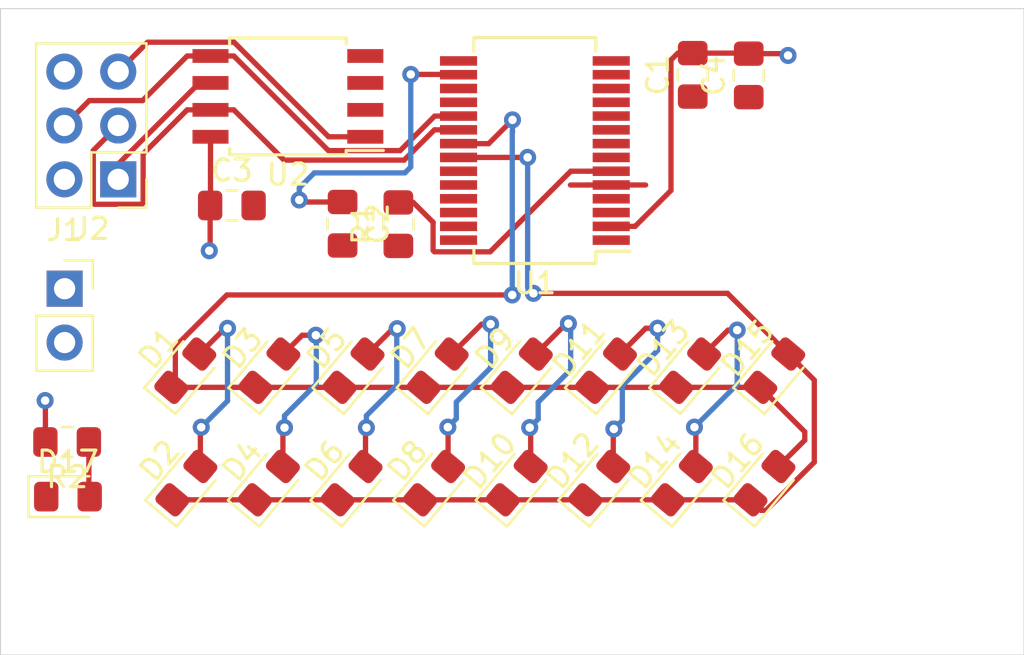
<source format=kicad_pcb>
(kicad_pcb (version 20171130) (host pcbnew "(5.1.5)-3")

  (general
    (thickness 1.6)
    (drawings 4)
    (tracks 176)
    (zones 0)
    (modules 27)
    (nets 41)
  )

  (page A4)
  (layers
    (0 F.Cu signal)
    (31 B.Cu signal)
    (32 B.Adhes user)
    (33 F.Adhes user)
    (34 B.Paste user)
    (35 F.Paste user)
    (36 B.SilkS user)
    (37 F.SilkS user)
    (38 B.Mask user)
    (39 F.Mask user)
    (40 Dwgs.User user)
    (41 Cmts.User user)
    (42 Eco1.User user)
    (43 Eco2.User user)
    (44 Edge.Cuts user)
    (45 Margin user)
    (46 B.CrtYd user)
    (47 F.CrtYd user)
    (48 B.Fab user)
    (49 F.Fab user)
  )

  (setup
    (last_trace_width 0.25)
    (trace_clearance 0.2)
    (zone_clearance 0.508)
    (zone_45_only no)
    (trace_min 0.2)
    (via_size 0.8)
    (via_drill 0.4)
    (via_min_size 0.4)
    (via_min_drill 0.3)
    (uvia_size 0.3)
    (uvia_drill 0.1)
    (uvias_allowed no)
    (uvia_min_size 0.2)
    (uvia_min_drill 0.1)
    (edge_width 0.05)
    (segment_width 0.2)
    (pcb_text_width 0.3)
    (pcb_text_size 1.5 1.5)
    (mod_edge_width 0.12)
    (mod_text_size 1 1)
    (mod_text_width 0.15)
    (pad_size 1.524 1.524)
    (pad_drill 0.762)
    (pad_to_mask_clearance 0.051)
    (solder_mask_min_width 0.25)
    (aux_axis_origin 0 0)
    (visible_elements 7FFFFFFF)
    (pcbplotparams
      (layerselection 0x010fc_ffffffff)
      (usegerberextensions false)
      (usegerberattributes false)
      (usegerberadvancedattributes false)
      (creategerberjobfile false)
      (excludeedgelayer true)
      (linewidth 0.100000)
      (plotframeref false)
      (viasonmask false)
      (mode 1)
      (useauxorigin false)
      (hpglpennumber 1)
      (hpglpenspeed 20)
      (hpglpendiameter 15.000000)
      (psnegative false)
      (psa4output false)
      (plotreference true)
      (plotvalue true)
      (plotinvisibletext false)
      (padsonsilk false)
      (subtractmaskfromsilk false)
      (outputformat 1)
      (mirror false)
      (drillshape 0)
      (scaleselection 1)
      (outputdirectory "gerbers-v2.1"))
  )

  (net 0 "")
  (net 1 +3V3)
  (net 2 GND)
  (net 3 "Net-(D1-Pad2)")
  (net 4 MISO)
  (net 5 SCK)
  (net 6 MOSI)
  (net 7 RST)
  (net 8 "Net-(D3-Pad2)")
  (net 9 "Net-(D5-Pad2)")
  (net 10 PB3)
  (net 11 PB4)
  (net 12 "Net-(C2-Pad1)")
  (net 13 /CA1)
  (net 14 /CA2)
  (net 15 "Net-(D7-Pad2)")
  (net 16 "Net-(D10-Pad2)")
  (net 17 "Net-(D11-Pad2)")
  (net 18 "Net-(D13-Pad2)")
  (net 19 "Net-(D17-Pad2)")
  (net 20 "Net-(R1-Pad2)")
  (net 21 "Net-(U1-Pad1)")
  (net 22 "Net-(U1-Pad3)")
  (net 23 "Net-(U1-Pad4)")
  (net 24 "Net-(U1-Pad7)")
  (net 25 "Net-(U1-Pad8)")
  (net 26 "Net-(U1-Pad9)")
  (net 27 "Net-(U1-Pad10)")
  (net 28 "Net-(U1-Pad11)")
  (net 29 "Net-(U1-Pad12)")
  (net 30 "Net-(U1-Pad13)")
  (net 31 "Net-(U1-Pad14)")
  (net 32 "Net-(U1-Pad15)")
  (net 33 "Net-(U1-Pad17)")
  (net 34 "Net-(U1-Pad18)")
  (net 35 "Net-(U1-Pad23)")
  (net 36 "Net-(U1-Pad24)")
  (net 37 "Net-(U1-Pad25)")
  (net 38 "Net-(U1-Pad26)")
  (net 39 "Net-(U1-Pad27)")
  (net 40 "Net-(U1-Pad28)")

  (net_class Default "This is the default net class."
    (clearance 0.2)
    (trace_width 0.25)
    (via_dia 0.8)
    (via_drill 0.4)
    (uvia_dia 0.3)
    (uvia_drill 0.1)
    (add_net +3V3)
    (add_net /CA1)
    (add_net /CA2)
    (add_net GND)
    (add_net MISO)
    (add_net MOSI)
    (add_net "Net-(C2-Pad1)")
    (add_net "Net-(D1-Pad2)")
    (add_net "Net-(D10-Pad2)")
    (add_net "Net-(D11-Pad2)")
    (add_net "Net-(D13-Pad2)")
    (add_net "Net-(D17-Pad2)")
    (add_net "Net-(D3-Pad2)")
    (add_net "Net-(D5-Pad2)")
    (add_net "Net-(D7-Pad2)")
    (add_net "Net-(R1-Pad2)")
    (add_net "Net-(U1-Pad1)")
    (add_net "Net-(U1-Pad10)")
    (add_net "Net-(U1-Pad11)")
    (add_net "Net-(U1-Pad12)")
    (add_net "Net-(U1-Pad13)")
    (add_net "Net-(U1-Pad14)")
    (add_net "Net-(U1-Pad15)")
    (add_net "Net-(U1-Pad17)")
    (add_net "Net-(U1-Pad18)")
    (add_net "Net-(U1-Pad23)")
    (add_net "Net-(U1-Pad24)")
    (add_net "Net-(U1-Pad25)")
    (add_net "Net-(U1-Pad26)")
    (add_net "Net-(U1-Pad27)")
    (add_net "Net-(U1-Pad28)")
    (add_net "Net-(U1-Pad3)")
    (add_net "Net-(U1-Pad4)")
    (add_net "Net-(U1-Pad7)")
    (add_net "Net-(U1-Pad8)")
    (add_net "Net-(U1-Pad9)")
    (add_net PB3)
    (add_net PB4)
    (add_net RST)
    (add_net SCK)
  )

  (module Capacitor_SMD:C_0805_2012Metric_Pad1.15x1.40mm_HandSolder (layer F.Cu) (tedit 5B36C52B) (tstamp 5F28C2E9)
    (at 136.779 76.7842 90)
    (descr "Capacitor SMD 0805 (2012 Metric), square (rectangular) end terminal, IPC_7351 nominal with elongated pad for handsoldering. (Body size source: https://docs.google.com/spreadsheets/d/1BsfQQcO9C6DZCsRaXUlFlo91Tg2WpOkGARC1WS5S8t0/edit?usp=sharing), generated with kicad-footprint-generator")
    (tags "capacitor handsolder")
    (path /5F27D01E)
    (attr smd)
    (fp_text reference C1 (at 0 -1.65 90) (layer F.SilkS)
      (effects (font (size 1 1) (thickness 0.15)))
    )
    (fp_text value 1uF (at 0 1.65 90) (layer F.Fab)
      (effects (font (size 1 1) (thickness 0.15)))
    )
    (fp_line (start -1 0.6) (end -1 -0.6) (layer F.Fab) (width 0.1))
    (fp_line (start -1 -0.6) (end 1 -0.6) (layer F.Fab) (width 0.1))
    (fp_line (start 1 -0.6) (end 1 0.6) (layer F.Fab) (width 0.1))
    (fp_line (start 1 0.6) (end -1 0.6) (layer F.Fab) (width 0.1))
    (fp_line (start -0.261252 -0.71) (end 0.261252 -0.71) (layer F.SilkS) (width 0.12))
    (fp_line (start -0.261252 0.71) (end 0.261252 0.71) (layer F.SilkS) (width 0.12))
    (fp_line (start -1.85 0.95) (end -1.85 -0.95) (layer F.CrtYd) (width 0.05))
    (fp_line (start -1.85 -0.95) (end 1.85 -0.95) (layer F.CrtYd) (width 0.05))
    (fp_line (start 1.85 -0.95) (end 1.85 0.95) (layer F.CrtYd) (width 0.05))
    (fp_line (start 1.85 0.95) (end -1.85 0.95) (layer F.CrtYd) (width 0.05))
    (fp_text user %R (at 0 0 90) (layer F.Fab)
      (effects (font (size 0.5 0.5) (thickness 0.08)))
    )
    (pad 1 smd roundrect (at -1.025 0 90) (size 1.15 1.4) (layers F.Cu F.Paste F.Mask) (roundrect_rratio 0.217391)
      (net 2 GND))
    (pad 2 smd roundrect (at 1.025 0 90) (size 1.15 1.4) (layers F.Cu F.Paste F.Mask) (roundrect_rratio 0.217391)
      (net 1 +3V3))
    (model ${KISYS3DMOD}/Capacitor_SMD.3dshapes/C_0805_2012Metric.wrl
      (at (xyz 0 0 0))
      (scale (xyz 1 1 1))
      (rotate (xyz 0 0 0))
    )
  )

  (module Capacitor_SMD:C_0805_2012Metric_Pad1.15x1.40mm_HandSolder (layer F.Cu) (tedit 5B36C52B) (tstamp 5F2797F6)
    (at 120.269 83.80476 270)
    (descr "Capacitor SMD 0805 (2012 Metric), square (rectangular) end terminal, IPC_7351 nominal with elongated pad for handsoldering. (Body size source: https://docs.google.com/spreadsheets/d/1BsfQQcO9C6DZCsRaXUlFlo91Tg2WpOkGARC1WS5S8t0/edit?usp=sharing), generated with kicad-footprint-generator")
    (tags "capacitor handsolder")
    (path /5F27C917)
    (attr smd)
    (fp_text reference C2 (at 0 -1.65 90) (layer F.SilkS)
      (effects (font (size 1 1) (thickness 0.15)))
    )
    (fp_text value 0.1uF (at 0 1.65 90) (layer F.Fab)
      (effects (font (size 1 1) (thickness 0.15)))
    )
    (fp_line (start -1 0.6) (end -1 -0.6) (layer F.Fab) (width 0.1))
    (fp_line (start -1 -0.6) (end 1 -0.6) (layer F.Fab) (width 0.1))
    (fp_line (start 1 -0.6) (end 1 0.6) (layer F.Fab) (width 0.1))
    (fp_line (start 1 0.6) (end -1 0.6) (layer F.Fab) (width 0.1))
    (fp_line (start -0.261252 -0.71) (end 0.261252 -0.71) (layer F.SilkS) (width 0.12))
    (fp_line (start -0.261252 0.71) (end 0.261252 0.71) (layer F.SilkS) (width 0.12))
    (fp_line (start -1.85 0.95) (end -1.85 -0.95) (layer F.CrtYd) (width 0.05))
    (fp_line (start -1.85 -0.95) (end 1.85 -0.95) (layer F.CrtYd) (width 0.05))
    (fp_line (start 1.85 -0.95) (end 1.85 0.95) (layer F.CrtYd) (width 0.05))
    (fp_line (start 1.85 0.95) (end -1.85 0.95) (layer F.CrtYd) (width 0.05))
    (fp_text user %R (at 0 0 90) (layer F.Fab)
      (effects (font (size 0.5 0.5) (thickness 0.08)))
    )
    (pad 1 smd roundrect (at -1.025 0 270) (size 1.15 1.4) (layers F.Cu F.Paste F.Mask) (roundrect_rratio 0.217391)
      (net 12 "Net-(C2-Pad1)"))
    (pad 2 smd roundrect (at 1.025 0 270) (size 1.15 1.4) (layers F.Cu F.Paste F.Mask) (roundrect_rratio 0.217391)
      (net 2 GND))
    (model ${KISYS3DMOD}/Capacitor_SMD.3dshapes/C_0805_2012Metric.wrl
      (at (xyz 0 0 0))
      (scale (xyz 1 1 1))
      (rotate (xyz 0 0 0))
    )
  )

  (module Capacitor_SMD:C_0805_2012Metric_Pad1.15x1.40mm_HandSolder (layer F.Cu) (tedit 5B36C52B) (tstamp 5F279807)
    (at 115.0493 82.9437)
    (descr "Capacitor SMD 0805 (2012 Metric), square (rectangular) end terminal, IPC_7351 nominal with elongated pad for handsoldering. (Body size source: https://docs.google.com/spreadsheets/d/1BsfQQcO9C6DZCsRaXUlFlo91Tg2WpOkGARC1WS5S8t0/edit?usp=sharing), generated with kicad-footprint-generator")
    (tags "capacitor handsolder")
    (path /5BC52407)
    (attr smd)
    (fp_text reference C3 (at 0 -1.65) (layer F.SilkS)
      (effects (font (size 1 1) (thickness 0.15)))
    )
    (fp_text value 100u (at 0 1.65) (layer F.Fab)
      (effects (font (size 1 1) (thickness 0.15)))
    )
    (fp_text user %R (at 0 0) (layer F.Fab)
      (effects (font (size 0.5 0.5) (thickness 0.08)))
    )
    (fp_line (start 1.85 0.95) (end -1.85 0.95) (layer F.CrtYd) (width 0.05))
    (fp_line (start 1.85 -0.95) (end 1.85 0.95) (layer F.CrtYd) (width 0.05))
    (fp_line (start -1.85 -0.95) (end 1.85 -0.95) (layer F.CrtYd) (width 0.05))
    (fp_line (start -1.85 0.95) (end -1.85 -0.95) (layer F.CrtYd) (width 0.05))
    (fp_line (start -0.261252 0.71) (end 0.261252 0.71) (layer F.SilkS) (width 0.12))
    (fp_line (start -0.261252 -0.71) (end 0.261252 -0.71) (layer F.SilkS) (width 0.12))
    (fp_line (start 1 0.6) (end -1 0.6) (layer F.Fab) (width 0.1))
    (fp_line (start 1 -0.6) (end 1 0.6) (layer F.Fab) (width 0.1))
    (fp_line (start -1 -0.6) (end 1 -0.6) (layer F.Fab) (width 0.1))
    (fp_line (start -1 0.6) (end -1 -0.6) (layer F.Fab) (width 0.1))
    (pad 2 smd roundrect (at 1.025 0) (size 1.15 1.4) (layers F.Cu F.Paste F.Mask) (roundrect_rratio 0.217391)
      (net 2 GND))
    (pad 1 smd roundrect (at -1.025 0) (size 1.15 1.4) (layers F.Cu F.Paste F.Mask) (roundrect_rratio 0.217391)
      (net 1 +3V3))
    (model ${KISYS3DMOD}/Capacitor_SMD.3dshapes/C_0805_2012Metric.wrl
      (at (xyz 0 0 0))
      (scale (xyz 1 1 1))
      (rotate (xyz 0 0 0))
    )
  )

  (module Capacitor_SMD:C_0805_2012Metric_Pad1.15x1.40mm_HandSolder (layer F.Cu) (tedit 5B36C52B) (tstamp 5F279818)
    (at 139.4206 76.8096 90)
    (descr "Capacitor SMD 0805 (2012 Metric), square (rectangular) end terminal, IPC_7351 nominal with elongated pad for handsoldering. (Body size source: https://docs.google.com/spreadsheets/d/1BsfQQcO9C6DZCsRaXUlFlo91Tg2WpOkGARC1WS5S8t0/edit?usp=sharing), generated with kicad-footprint-generator")
    (tags "capacitor handsolder")
    (path /5F275B36)
    (attr smd)
    (fp_text reference C4 (at 0 -1.65 90) (layer F.SilkS)
      (effects (font (size 1 1) (thickness 0.15)))
    )
    (fp_text value .1uF (at 0 1.65 90) (layer F.Fab)
      (effects (font (size 1 1) (thickness 0.15)))
    )
    (fp_text user %R (at 0 0 90) (layer F.Fab)
      (effects (font (size 0.5 0.5) (thickness 0.08)))
    )
    (fp_line (start 1.85 0.95) (end -1.85 0.95) (layer F.CrtYd) (width 0.05))
    (fp_line (start 1.85 -0.95) (end 1.85 0.95) (layer F.CrtYd) (width 0.05))
    (fp_line (start -1.85 -0.95) (end 1.85 -0.95) (layer F.CrtYd) (width 0.05))
    (fp_line (start -1.85 0.95) (end -1.85 -0.95) (layer F.CrtYd) (width 0.05))
    (fp_line (start -0.261252 0.71) (end 0.261252 0.71) (layer F.SilkS) (width 0.12))
    (fp_line (start -0.261252 -0.71) (end 0.261252 -0.71) (layer F.SilkS) (width 0.12))
    (fp_line (start 1 0.6) (end -1 0.6) (layer F.Fab) (width 0.1))
    (fp_line (start 1 -0.6) (end 1 0.6) (layer F.Fab) (width 0.1))
    (fp_line (start -1 -0.6) (end 1 -0.6) (layer F.Fab) (width 0.1))
    (fp_line (start -1 0.6) (end -1 -0.6) (layer F.Fab) (width 0.1))
    (pad 2 smd roundrect (at 1.025 0 90) (size 1.15 1.4) (layers F.Cu F.Paste F.Mask) (roundrect_rratio 0.217391)
      (net 1 +3V3))
    (pad 1 smd roundrect (at -1.025 0 90) (size 1.15 1.4) (layers F.Cu F.Paste F.Mask) (roundrect_rratio 0.217391)
      (net 2 GND))
    (model ${KISYS3DMOD}/Capacitor_SMD.3dshapes/C_0805_2012Metric.wrl
      (at (xyz 0 0 0))
      (scale (xyz 1 1 1))
      (rotate (xyz 0 0 0))
    )
  )

  (module Diode_SMD:D_0805_2012Metric_Pad1.15x1.40mm_HandSolder (layer F.Cu) (tedit 5B4B45C8) (tstamp 5F27982B)
    (at 112.8522 90.73388 50)
    (descr "Diode SMD 0805 (2012 Metric), square (rectangular) end terminal, IPC_7351 nominal, (Body size source: https://docs.google.com/spreadsheets/d/1BsfQQcO9C6DZCsRaXUlFlo91Tg2WpOkGARC1WS5S8t0/edit?usp=sharing), generated with kicad-footprint-generator")
    (tags "diode handsolder")
    (path /5F2861E8)
    (attr smd)
    (fp_text reference D1 (at 0 -1.65 50) (layer F.SilkS)
      (effects (font (size 1 1) (thickness 0.15)))
    )
    (fp_text value LED (at 0 1.65 50) (layer F.Fab)
      (effects (font (size 1 1) (thickness 0.15)))
    )
    (fp_text user %R (at 0 0 50) (layer F.Fab)
      (effects (font (size 0.5 0.5) (thickness 0.08)))
    )
    (fp_line (start 1.85 0.95) (end -1.85 0.95) (layer F.CrtYd) (width 0.05))
    (fp_line (start 1.85 -0.95) (end 1.85 0.95) (layer F.CrtYd) (width 0.05))
    (fp_line (start -1.85 -0.95) (end 1.85 -0.95) (layer F.CrtYd) (width 0.05))
    (fp_line (start -1.85 0.95) (end -1.85 -0.95) (layer F.CrtYd) (width 0.05))
    (fp_line (start -1.86 0.96) (end 1 0.96) (layer F.SilkS) (width 0.12))
    (fp_line (start -1.86 -0.96) (end -1.86 0.96) (layer F.SilkS) (width 0.12))
    (fp_line (start 1 -0.96) (end -1.86 -0.96) (layer F.SilkS) (width 0.12))
    (fp_line (start 1 0.6) (end 1 -0.6) (layer F.Fab) (width 0.1))
    (fp_line (start -1 0.6) (end 1 0.6) (layer F.Fab) (width 0.1))
    (fp_line (start -1 -0.3) (end -1 0.6) (layer F.Fab) (width 0.1))
    (fp_line (start -0.7 -0.6) (end -1 -0.3) (layer F.Fab) (width 0.1))
    (fp_line (start 1 -0.6) (end -0.7 -0.6) (layer F.Fab) (width 0.1))
    (pad 2 smd roundrect (at 1.025 0 50) (size 1.15 1.4) (layers F.Cu F.Paste F.Mask) (roundrect_rratio 0.217391)
      (net 3 "Net-(D1-Pad2)"))
    (pad 1 smd roundrect (at -1.025 0 50) (size 1.15 1.4) (layers F.Cu F.Paste F.Mask) (roundrect_rratio 0.217391)
      (net 13 /CA1))
    (model ${KISYS3DMOD}/Diode_SMD.3dshapes/D_0805_2012Metric.wrl
      (at (xyz 0 0 0))
      (scale (xyz 1 1 1))
      (rotate (xyz 0 0 0))
    )
  )

  (module Diode_SMD:D_0805_2012Metric_Pad1.15x1.40mm_HandSolder (layer F.Cu) (tedit 5B4B45C8) (tstamp 5F27983E)
    (at 112.903 96.0374 50)
    (descr "Diode SMD 0805 (2012 Metric), square (rectangular) end terminal, IPC_7351 nominal, (Body size source: https://docs.google.com/spreadsheets/d/1BsfQQcO9C6DZCsRaXUlFlo91Tg2WpOkGARC1WS5S8t0/edit?usp=sharing), generated with kicad-footprint-generator")
    (tags "diode handsolder")
    (path /5F3858E0)
    (attr smd)
    (fp_text reference D2 (at 0 -1.65 50) (layer F.SilkS)
      (effects (font (size 1 1) (thickness 0.15)))
    )
    (fp_text value LED (at 0 1.65 50) (layer F.Fab)
      (effects (font (size 1 1) (thickness 0.15)))
    )
    (fp_line (start 1 -0.6) (end -0.7 -0.6) (layer F.Fab) (width 0.1))
    (fp_line (start -0.7 -0.6) (end -1 -0.3) (layer F.Fab) (width 0.1))
    (fp_line (start -1 -0.3) (end -1 0.6) (layer F.Fab) (width 0.1))
    (fp_line (start -1 0.6) (end 1 0.6) (layer F.Fab) (width 0.1))
    (fp_line (start 1 0.6) (end 1 -0.6) (layer F.Fab) (width 0.1))
    (fp_line (start 1 -0.96) (end -1.86 -0.96) (layer F.SilkS) (width 0.12))
    (fp_line (start -1.86 -0.96) (end -1.86 0.96) (layer F.SilkS) (width 0.12))
    (fp_line (start -1.86 0.96) (end 1 0.96) (layer F.SilkS) (width 0.12))
    (fp_line (start -1.85 0.95) (end -1.85 -0.95) (layer F.CrtYd) (width 0.05))
    (fp_line (start -1.85 -0.95) (end 1.85 -0.95) (layer F.CrtYd) (width 0.05))
    (fp_line (start 1.85 -0.95) (end 1.85 0.95) (layer F.CrtYd) (width 0.05))
    (fp_line (start 1.85 0.95) (end -1.85 0.95) (layer F.CrtYd) (width 0.05))
    (fp_text user %R (at 0 0 50) (layer F.Fab)
      (effects (font (size 0.5 0.5) (thickness 0.08)))
    )
    (pad 1 smd roundrect (at -1.025 0 50) (size 1.15 1.4) (layers F.Cu F.Paste F.Mask) (roundrect_rratio 0.217391)
      (net 14 /CA2))
    (pad 2 smd roundrect (at 1.025 0 50) (size 1.15 1.4) (layers F.Cu F.Paste F.Mask) (roundrect_rratio 0.217391)
      (net 3 "Net-(D1-Pad2)"))
    (model ${KISYS3DMOD}/Diode_SMD.3dshapes/D_0805_2012Metric.wrl
      (at (xyz 0 0 0))
      (scale (xyz 1 1 1))
      (rotate (xyz 0 0 0))
    )
  )

  (module Diode_SMD:D_0805_2012Metric_Pad1.15x1.40mm_HandSolder (layer F.Cu) (tedit 5B4B45C8) (tstamp 5F279851)
    (at 116.81968 90.73388 50)
    (descr "Diode SMD 0805 (2012 Metric), square (rectangular) end terminal, IPC_7351 nominal, (Body size source: https://docs.google.com/spreadsheets/d/1BsfQQcO9C6DZCsRaXUlFlo91Tg2WpOkGARC1WS5S8t0/edit?usp=sharing), generated with kicad-footprint-generator")
    (tags "diode handsolder")
    (path /5F367FE3)
    (attr smd)
    (fp_text reference D3 (at 0 -1.65 50) (layer F.SilkS)
      (effects (font (size 1 1) (thickness 0.15)))
    )
    (fp_text value LED (at 0 1.65 50) (layer F.Fab)
      (effects (font (size 1 1) (thickness 0.15)))
    )
    (fp_line (start 1 -0.6) (end -0.7 -0.6) (layer F.Fab) (width 0.1))
    (fp_line (start -0.7 -0.6) (end -1 -0.3) (layer F.Fab) (width 0.1))
    (fp_line (start -1 -0.3) (end -1 0.6) (layer F.Fab) (width 0.1))
    (fp_line (start -1 0.6) (end 1 0.6) (layer F.Fab) (width 0.1))
    (fp_line (start 1 0.6) (end 1 -0.6) (layer F.Fab) (width 0.1))
    (fp_line (start 1 -0.96) (end -1.86 -0.96) (layer F.SilkS) (width 0.12))
    (fp_line (start -1.86 -0.96) (end -1.86 0.96) (layer F.SilkS) (width 0.12))
    (fp_line (start -1.86 0.96) (end 1 0.96) (layer F.SilkS) (width 0.12))
    (fp_line (start -1.85 0.95) (end -1.85 -0.95) (layer F.CrtYd) (width 0.05))
    (fp_line (start -1.85 -0.95) (end 1.85 -0.95) (layer F.CrtYd) (width 0.05))
    (fp_line (start 1.85 -0.95) (end 1.85 0.95) (layer F.CrtYd) (width 0.05))
    (fp_line (start 1.85 0.95) (end -1.85 0.95) (layer F.CrtYd) (width 0.05))
    (fp_text user %R (at 0 0 50) (layer F.Fab)
      (effects (font (size 0.5 0.5) (thickness 0.08)))
    )
    (pad 1 smd roundrect (at -1.025 0 50) (size 1.15 1.4) (layers F.Cu F.Paste F.Mask) (roundrect_rratio 0.217391)
      (net 13 /CA1))
    (pad 2 smd roundrect (at 1.025 0 50) (size 1.15 1.4) (layers F.Cu F.Paste F.Mask) (roundrect_rratio 0.217391)
      (net 8 "Net-(D3-Pad2)"))
    (model ${KISYS3DMOD}/Diode_SMD.3dshapes/D_0805_2012Metric.wrl
      (at (xyz 0 0 0))
      (scale (xyz 1 1 1))
      (rotate (xyz 0 0 0))
    )
  )

  (module Diode_SMD:D_0805_2012Metric_Pad1.15x1.40mm_HandSolder (layer F.Cu) (tedit 5B4B45C8) (tstamp 5F279864)
    (at 116.797182 96.0374 50)
    (descr "Diode SMD 0805 (2012 Metric), square (rectangular) end terminal, IPC_7351 nominal, (Body size source: https://docs.google.com/spreadsheets/d/1BsfQQcO9C6DZCsRaXUlFlo91Tg2WpOkGARC1WS5S8t0/edit?usp=sharing), generated with kicad-footprint-generator")
    (tags "diode handsolder")
    (path /5F3A0ADB)
    (attr smd)
    (fp_text reference D4 (at 0 -1.65 50) (layer F.SilkS)
      (effects (font (size 1 1) (thickness 0.15)))
    )
    (fp_text value LED (at 0 1.65 50) (layer F.Fab)
      (effects (font (size 1 1) (thickness 0.15)))
    )
    (fp_line (start 1 -0.6) (end -0.7 -0.6) (layer F.Fab) (width 0.1))
    (fp_line (start -0.7 -0.6) (end -1 -0.3) (layer F.Fab) (width 0.1))
    (fp_line (start -1 -0.3) (end -1 0.6) (layer F.Fab) (width 0.1))
    (fp_line (start -1 0.6) (end 1 0.6) (layer F.Fab) (width 0.1))
    (fp_line (start 1 0.6) (end 1 -0.6) (layer F.Fab) (width 0.1))
    (fp_line (start 1 -0.96) (end -1.86 -0.96) (layer F.SilkS) (width 0.12))
    (fp_line (start -1.86 -0.96) (end -1.86 0.96) (layer F.SilkS) (width 0.12))
    (fp_line (start -1.86 0.96) (end 1 0.96) (layer F.SilkS) (width 0.12))
    (fp_line (start -1.85 0.95) (end -1.85 -0.95) (layer F.CrtYd) (width 0.05))
    (fp_line (start -1.85 -0.95) (end 1.85 -0.95) (layer F.CrtYd) (width 0.05))
    (fp_line (start 1.85 -0.95) (end 1.85 0.95) (layer F.CrtYd) (width 0.05))
    (fp_line (start 1.85 0.95) (end -1.85 0.95) (layer F.CrtYd) (width 0.05))
    (fp_text user %R (at 0 0 50) (layer F.Fab)
      (effects (font (size 0.5 0.5) (thickness 0.08)))
    )
    (pad 1 smd roundrect (at -1.025 0 50) (size 1.15 1.4) (layers F.Cu F.Paste F.Mask) (roundrect_rratio 0.217391)
      (net 14 /CA2))
    (pad 2 smd roundrect (at 1.025 0 50) (size 1.15 1.4) (layers F.Cu F.Paste F.Mask) (roundrect_rratio 0.217391)
      (net 8 "Net-(D3-Pad2)"))
    (model ${KISYS3DMOD}/Diode_SMD.3dshapes/D_0805_2012Metric.wrl
      (at (xyz 0 0 0))
      (scale (xyz 1 1 1))
      (rotate (xyz 0 0 0))
    )
  )

  (module Diode_SMD:D_0805_2012Metric_Pad1.15x1.40mm_HandSolder (layer F.Cu) (tedit 5B4B45C8) (tstamp 5F279877)
    (at 120.78716 90.73388 50)
    (descr "Diode SMD 0805 (2012 Metric), square (rectangular) end terminal, IPC_7351 nominal, (Body size source: https://docs.google.com/spreadsheets/d/1BsfQQcO9C6DZCsRaXUlFlo91Tg2WpOkGARC1WS5S8t0/edit?usp=sharing), generated with kicad-footprint-generator")
    (tags "diode handsolder")
    (path /5F371F33)
    (attr smd)
    (fp_text reference D5 (at 0 -1.65 50) (layer F.SilkS)
      (effects (font (size 1 1) (thickness 0.15)))
    )
    (fp_text value LED (at 0 1.65 50) (layer F.Fab)
      (effects (font (size 1 1) (thickness 0.15)))
    )
    (fp_text user %R (at 0 0 50) (layer F.Fab)
      (effects (font (size 0.5 0.5) (thickness 0.08)))
    )
    (fp_line (start 1.85 0.95) (end -1.85 0.95) (layer F.CrtYd) (width 0.05))
    (fp_line (start 1.85 -0.95) (end 1.85 0.95) (layer F.CrtYd) (width 0.05))
    (fp_line (start -1.85 -0.95) (end 1.85 -0.95) (layer F.CrtYd) (width 0.05))
    (fp_line (start -1.85 0.95) (end -1.85 -0.95) (layer F.CrtYd) (width 0.05))
    (fp_line (start -1.86 0.96) (end 1 0.96) (layer F.SilkS) (width 0.12))
    (fp_line (start -1.86 -0.96) (end -1.86 0.96) (layer F.SilkS) (width 0.12))
    (fp_line (start 1 -0.96) (end -1.86 -0.96) (layer F.SilkS) (width 0.12))
    (fp_line (start 1 0.6) (end 1 -0.6) (layer F.Fab) (width 0.1))
    (fp_line (start -1 0.6) (end 1 0.6) (layer F.Fab) (width 0.1))
    (fp_line (start -1 -0.3) (end -1 0.6) (layer F.Fab) (width 0.1))
    (fp_line (start -0.7 -0.6) (end -1 -0.3) (layer F.Fab) (width 0.1))
    (fp_line (start 1 -0.6) (end -0.7 -0.6) (layer F.Fab) (width 0.1))
    (pad 2 smd roundrect (at 1.025 0 50) (size 1.15 1.4) (layers F.Cu F.Paste F.Mask) (roundrect_rratio 0.217391)
      (net 9 "Net-(D5-Pad2)"))
    (pad 1 smd roundrect (at -1.025 0 50) (size 1.15 1.4) (layers F.Cu F.Paste F.Mask) (roundrect_rratio 0.217391)
      (net 13 /CA1))
    (model ${KISYS3DMOD}/Diode_SMD.3dshapes/D_0805_2012Metric.wrl
      (at (xyz 0 0 0))
      (scale (xyz 1 1 1))
      (rotate (xyz 0 0 0))
    )
  )

  (module Diode_SMD:D_0805_2012Metric_Pad1.15x1.40mm_HandSolder (layer F.Cu) (tedit 5B4B45C8) (tstamp 5F27988A)
    (at 120.691364 96.0374 50)
    (descr "Diode SMD 0805 (2012 Metric), square (rectangular) end terminal, IPC_7351 nominal, (Body size source: https://docs.google.com/spreadsheets/d/1BsfQQcO9C6DZCsRaXUlFlo91Tg2WpOkGARC1WS5S8t0/edit?usp=sharing), generated with kicad-footprint-generator")
    (tags "diode handsolder")
    (path /5F3A318A)
    (attr smd)
    (fp_text reference D6 (at 0 -1.65 50) (layer F.SilkS)
      (effects (font (size 1 1) (thickness 0.15)))
    )
    (fp_text value LED (at 0 1.65 50) (layer F.Fab)
      (effects (font (size 1 1) (thickness 0.15)))
    )
    (fp_text user %R (at 0 0 50) (layer F.Fab)
      (effects (font (size 0.5 0.5) (thickness 0.08)))
    )
    (fp_line (start 1.85 0.95) (end -1.85 0.95) (layer F.CrtYd) (width 0.05))
    (fp_line (start 1.85 -0.95) (end 1.85 0.95) (layer F.CrtYd) (width 0.05))
    (fp_line (start -1.85 -0.95) (end 1.85 -0.95) (layer F.CrtYd) (width 0.05))
    (fp_line (start -1.85 0.95) (end -1.85 -0.95) (layer F.CrtYd) (width 0.05))
    (fp_line (start -1.86 0.96) (end 1 0.96) (layer F.SilkS) (width 0.12))
    (fp_line (start -1.86 -0.96) (end -1.86 0.96) (layer F.SilkS) (width 0.12))
    (fp_line (start 1 -0.96) (end -1.86 -0.96) (layer F.SilkS) (width 0.12))
    (fp_line (start 1 0.6) (end 1 -0.6) (layer F.Fab) (width 0.1))
    (fp_line (start -1 0.6) (end 1 0.6) (layer F.Fab) (width 0.1))
    (fp_line (start -1 -0.3) (end -1 0.6) (layer F.Fab) (width 0.1))
    (fp_line (start -0.7 -0.6) (end -1 -0.3) (layer F.Fab) (width 0.1))
    (fp_line (start 1 -0.6) (end -0.7 -0.6) (layer F.Fab) (width 0.1))
    (pad 2 smd roundrect (at 1.025 0 50) (size 1.15 1.4) (layers F.Cu F.Paste F.Mask) (roundrect_rratio 0.217391)
      (net 9 "Net-(D5-Pad2)"))
    (pad 1 smd roundrect (at -1.025 0 50) (size 1.15 1.4) (layers F.Cu F.Paste F.Mask) (roundrect_rratio 0.217391)
      (net 14 /CA2))
    (model ${KISYS3DMOD}/Diode_SMD.3dshapes/D_0805_2012Metric.wrl
      (at (xyz 0 0 0))
      (scale (xyz 1 1 1))
      (rotate (xyz 0 0 0))
    )
  )

  (module Diode_SMD:D_0805_2012Metric_Pad1.15x1.40mm_HandSolder (layer F.Cu) (tedit 5B4B45C8) (tstamp 5F27989D)
    (at 124.75464 90.73388 50)
    (descr "Diode SMD 0805 (2012 Metric), square (rectangular) end terminal, IPC_7351 nominal, (Body size source: https://docs.google.com/spreadsheets/d/1BsfQQcO9C6DZCsRaXUlFlo91Tg2WpOkGARC1WS5S8t0/edit?usp=sharing), generated with kicad-footprint-generator")
    (tags "diode handsolder")
    (path /5F371F2D)
    (attr smd)
    (fp_text reference D7 (at 0 -1.65 50) (layer F.SilkS)
      (effects (font (size 1 1) (thickness 0.15)))
    )
    (fp_text value LED (at 0 1.65 50) (layer F.Fab)
      (effects (font (size 1 1) (thickness 0.15)))
    )
    (fp_line (start 1 -0.6) (end -0.7 -0.6) (layer F.Fab) (width 0.1))
    (fp_line (start -0.7 -0.6) (end -1 -0.3) (layer F.Fab) (width 0.1))
    (fp_line (start -1 -0.3) (end -1 0.6) (layer F.Fab) (width 0.1))
    (fp_line (start -1 0.6) (end 1 0.6) (layer F.Fab) (width 0.1))
    (fp_line (start 1 0.6) (end 1 -0.6) (layer F.Fab) (width 0.1))
    (fp_line (start 1 -0.96) (end -1.86 -0.96) (layer F.SilkS) (width 0.12))
    (fp_line (start -1.86 -0.96) (end -1.86 0.96) (layer F.SilkS) (width 0.12))
    (fp_line (start -1.86 0.96) (end 1 0.96) (layer F.SilkS) (width 0.12))
    (fp_line (start -1.85 0.95) (end -1.85 -0.95) (layer F.CrtYd) (width 0.05))
    (fp_line (start -1.85 -0.95) (end 1.85 -0.95) (layer F.CrtYd) (width 0.05))
    (fp_line (start 1.85 -0.95) (end 1.85 0.95) (layer F.CrtYd) (width 0.05))
    (fp_line (start 1.85 0.95) (end -1.85 0.95) (layer F.CrtYd) (width 0.05))
    (fp_text user %R (at 0 0 50) (layer F.Fab)
      (effects (font (size 0.5 0.5) (thickness 0.08)))
    )
    (pad 1 smd roundrect (at -1.025 0 50) (size 1.15 1.4) (layers F.Cu F.Paste F.Mask) (roundrect_rratio 0.217391)
      (net 13 /CA1))
    (pad 2 smd roundrect (at 1.025 0 50) (size 1.15 1.4) (layers F.Cu F.Paste F.Mask) (roundrect_rratio 0.217391)
      (net 15 "Net-(D7-Pad2)"))
    (model ${KISYS3DMOD}/Diode_SMD.3dshapes/D_0805_2012Metric.wrl
      (at (xyz 0 0 0))
      (scale (xyz 1 1 1))
      (rotate (xyz 0 0 0))
    )
  )

  (module Diode_SMD:D_0805_2012Metric_Pad1.15x1.40mm_HandSolder (layer F.Cu) (tedit 5B4B45C8) (tstamp 5F2798B0)
    (at 124.585546 96.0374 50)
    (descr "Diode SMD 0805 (2012 Metric), square (rectangular) end terminal, IPC_7351 nominal, (Body size source: https://docs.google.com/spreadsheets/d/1BsfQQcO9C6DZCsRaXUlFlo91Tg2WpOkGARC1WS5S8t0/edit?usp=sharing), generated with kicad-footprint-generator")
    (tags "diode handsolder")
    (path /5F3ADBEA)
    (attr smd)
    (fp_text reference D8 (at 0 -1.65 50) (layer F.SilkS)
      (effects (font (size 1 1) (thickness 0.15)))
    )
    (fp_text value LED (at 0 1.65 50) (layer F.Fab)
      (effects (font (size 1 1) (thickness 0.15)))
    )
    (fp_line (start 1 -0.6) (end -0.7 -0.6) (layer F.Fab) (width 0.1))
    (fp_line (start -0.7 -0.6) (end -1 -0.3) (layer F.Fab) (width 0.1))
    (fp_line (start -1 -0.3) (end -1 0.6) (layer F.Fab) (width 0.1))
    (fp_line (start -1 0.6) (end 1 0.6) (layer F.Fab) (width 0.1))
    (fp_line (start 1 0.6) (end 1 -0.6) (layer F.Fab) (width 0.1))
    (fp_line (start 1 -0.96) (end -1.86 -0.96) (layer F.SilkS) (width 0.12))
    (fp_line (start -1.86 -0.96) (end -1.86 0.96) (layer F.SilkS) (width 0.12))
    (fp_line (start -1.86 0.96) (end 1 0.96) (layer F.SilkS) (width 0.12))
    (fp_line (start -1.85 0.95) (end -1.85 -0.95) (layer F.CrtYd) (width 0.05))
    (fp_line (start -1.85 -0.95) (end 1.85 -0.95) (layer F.CrtYd) (width 0.05))
    (fp_line (start 1.85 -0.95) (end 1.85 0.95) (layer F.CrtYd) (width 0.05))
    (fp_line (start 1.85 0.95) (end -1.85 0.95) (layer F.CrtYd) (width 0.05))
    (fp_text user %R (at 0 0 50) (layer F.Fab)
      (effects (font (size 0.5 0.5) (thickness 0.08)))
    )
    (pad 1 smd roundrect (at -1.025 0 50) (size 1.15 1.4) (layers F.Cu F.Paste F.Mask) (roundrect_rratio 0.217391)
      (net 14 /CA2))
    (pad 2 smd roundrect (at 1.025 0 50) (size 1.15 1.4) (layers F.Cu F.Paste F.Mask) (roundrect_rratio 0.217391)
      (net 15 "Net-(D7-Pad2)"))
    (model ${KISYS3DMOD}/Diode_SMD.3dshapes/D_0805_2012Metric.wrl
      (at (xyz 0 0 0))
      (scale (xyz 1 1 1))
      (rotate (xyz 0 0 0))
    )
  )

  (module Diode_SMD:D_0805_2012Metric_Pad1.15x1.40mm_HandSolder (layer F.Cu) (tedit 5B4B45C8) (tstamp 5F2798C3)
    (at 128.72212 90.73388 50)
    (descr "Diode SMD 0805 (2012 Metric), square (rectangular) end terminal, IPC_7351 nominal, (Body size source: https://docs.google.com/spreadsheets/d/1BsfQQcO9C6DZCsRaXUlFlo91Tg2WpOkGARC1WS5S8t0/edit?usp=sharing), generated with kicad-footprint-generator")
    (tags "diode handsolder")
    (path /5F37E00A)
    (attr smd)
    (fp_text reference D9 (at 0 -1.65 50) (layer F.SilkS)
      (effects (font (size 1 1) (thickness 0.15)))
    )
    (fp_text value LED (at 0 1.65 50) (layer F.Fab)
      (effects (font (size 1 1) (thickness 0.15)))
    )
    (fp_text user %R (at 0 0 50) (layer F.Fab)
      (effects (font (size 0.5 0.5) (thickness 0.08)))
    )
    (fp_line (start 1.85 0.95) (end -1.85 0.95) (layer F.CrtYd) (width 0.05))
    (fp_line (start 1.85 -0.95) (end 1.85 0.95) (layer F.CrtYd) (width 0.05))
    (fp_line (start -1.85 -0.95) (end 1.85 -0.95) (layer F.CrtYd) (width 0.05))
    (fp_line (start -1.85 0.95) (end -1.85 -0.95) (layer F.CrtYd) (width 0.05))
    (fp_line (start -1.86 0.96) (end 1 0.96) (layer F.SilkS) (width 0.12))
    (fp_line (start -1.86 -0.96) (end -1.86 0.96) (layer F.SilkS) (width 0.12))
    (fp_line (start 1 -0.96) (end -1.86 -0.96) (layer F.SilkS) (width 0.12))
    (fp_line (start 1 0.6) (end 1 -0.6) (layer F.Fab) (width 0.1))
    (fp_line (start -1 0.6) (end 1 0.6) (layer F.Fab) (width 0.1))
    (fp_line (start -1 -0.3) (end -1 0.6) (layer F.Fab) (width 0.1))
    (fp_line (start -0.7 -0.6) (end -1 -0.3) (layer F.Fab) (width 0.1))
    (fp_line (start 1 -0.6) (end -0.7 -0.6) (layer F.Fab) (width 0.1))
    (pad 2 smd roundrect (at 1.025 0 50) (size 1.15 1.4) (layers F.Cu F.Paste F.Mask) (roundrect_rratio 0.217391)
      (net 16 "Net-(D10-Pad2)"))
    (pad 1 smd roundrect (at -1.025 0 50) (size 1.15 1.4) (layers F.Cu F.Paste F.Mask) (roundrect_rratio 0.217391)
      (net 13 /CA1))
    (model ${KISYS3DMOD}/Diode_SMD.3dshapes/D_0805_2012Metric.wrl
      (at (xyz 0 0 0))
      (scale (xyz 1 1 1))
      (rotate (xyz 0 0 0))
    )
  )

  (module Diode_SMD:D_0805_2012Metric_Pad1.15x1.40mm_HandSolder (layer F.Cu) (tedit 5B4B45C8) (tstamp 5F2798D6)
    (at 128.479728 96.0374 50)
    (descr "Diode SMD 0805 (2012 Metric), square (rectangular) end terminal, IPC_7351 nominal, (Body size source: https://docs.google.com/spreadsheets/d/1BsfQQcO9C6DZCsRaXUlFlo91Tg2WpOkGARC1WS5S8t0/edit?usp=sharing), generated with kicad-footprint-generator")
    (tags "diode handsolder")
    (path /5F3B7DBA)
    (attr smd)
    (fp_text reference D10 (at 0 -1.65 50) (layer F.SilkS)
      (effects (font (size 1 1) (thickness 0.15)))
    )
    (fp_text value LED (at 0 1.65 50) (layer F.Fab)
      (effects (font (size 1 1) (thickness 0.15)))
    )
    (fp_line (start 1 -0.6) (end -0.7 -0.6) (layer F.Fab) (width 0.1))
    (fp_line (start -0.7 -0.6) (end -1 -0.3) (layer F.Fab) (width 0.1))
    (fp_line (start -1 -0.3) (end -1 0.6) (layer F.Fab) (width 0.1))
    (fp_line (start -1 0.6) (end 1 0.6) (layer F.Fab) (width 0.1))
    (fp_line (start 1 0.6) (end 1 -0.6) (layer F.Fab) (width 0.1))
    (fp_line (start 1 -0.96) (end -1.86 -0.96) (layer F.SilkS) (width 0.12))
    (fp_line (start -1.86 -0.96) (end -1.86 0.96) (layer F.SilkS) (width 0.12))
    (fp_line (start -1.86 0.96) (end 1 0.96) (layer F.SilkS) (width 0.12))
    (fp_line (start -1.85 0.95) (end -1.85 -0.95) (layer F.CrtYd) (width 0.05))
    (fp_line (start -1.85 -0.95) (end 1.85 -0.95) (layer F.CrtYd) (width 0.05))
    (fp_line (start 1.85 -0.95) (end 1.85 0.95) (layer F.CrtYd) (width 0.05))
    (fp_line (start 1.85 0.95) (end -1.85 0.95) (layer F.CrtYd) (width 0.05))
    (fp_text user %R (at 0 0 50) (layer F.Fab)
      (effects (font (size 0.5 0.5) (thickness 0.08)))
    )
    (pad 1 smd roundrect (at -1.025 0 50) (size 1.15 1.4) (layers F.Cu F.Paste F.Mask) (roundrect_rratio 0.217391)
      (net 14 /CA2))
    (pad 2 smd roundrect (at 1.025 0 50) (size 1.15 1.4) (layers F.Cu F.Paste F.Mask) (roundrect_rratio 0.217391)
      (net 16 "Net-(D10-Pad2)"))
    (model ${KISYS3DMOD}/Diode_SMD.3dshapes/D_0805_2012Metric.wrl
      (at (xyz 0 0 0))
      (scale (xyz 1 1 1))
      (rotate (xyz 0 0 0))
    )
  )

  (module Diode_SMD:D_0805_2012Metric_Pad1.15x1.40mm_HandSolder (layer F.Cu) (tedit 5B4B45C8) (tstamp 5F2798E9)
    (at 132.6896 90.73388 50)
    (descr "Diode SMD 0805 (2012 Metric), square (rectangular) end terminal, IPC_7351 nominal, (Body size source: https://docs.google.com/spreadsheets/d/1BsfQQcO9C6DZCsRaXUlFlo91Tg2WpOkGARC1WS5S8t0/edit?usp=sharing), generated with kicad-footprint-generator")
    (tags "diode handsolder")
    (path /5F37E004)
    (attr smd)
    (fp_text reference D11 (at 0 -1.65 50) (layer F.SilkS)
      (effects (font (size 1 1) (thickness 0.15)))
    )
    (fp_text value LED (at 0 1.65 50) (layer F.Fab)
      (effects (font (size 1 1) (thickness 0.15)))
    )
    (fp_text user %R (at 0 0 50) (layer F.Fab)
      (effects (font (size 0.5 0.5) (thickness 0.08)))
    )
    (fp_line (start 1.85 0.95) (end -1.85 0.95) (layer F.CrtYd) (width 0.05))
    (fp_line (start 1.85 -0.95) (end 1.85 0.95) (layer F.CrtYd) (width 0.05))
    (fp_line (start -1.85 -0.95) (end 1.85 -0.95) (layer F.CrtYd) (width 0.05))
    (fp_line (start -1.85 0.95) (end -1.85 -0.95) (layer F.CrtYd) (width 0.05))
    (fp_line (start -1.86 0.96) (end 1 0.96) (layer F.SilkS) (width 0.12))
    (fp_line (start -1.86 -0.96) (end -1.86 0.96) (layer F.SilkS) (width 0.12))
    (fp_line (start 1 -0.96) (end -1.86 -0.96) (layer F.SilkS) (width 0.12))
    (fp_line (start 1 0.6) (end 1 -0.6) (layer F.Fab) (width 0.1))
    (fp_line (start -1 0.6) (end 1 0.6) (layer F.Fab) (width 0.1))
    (fp_line (start -1 -0.3) (end -1 0.6) (layer F.Fab) (width 0.1))
    (fp_line (start -0.7 -0.6) (end -1 -0.3) (layer F.Fab) (width 0.1))
    (fp_line (start 1 -0.6) (end -0.7 -0.6) (layer F.Fab) (width 0.1))
    (pad 2 smd roundrect (at 1.025 0 50) (size 1.15 1.4) (layers F.Cu F.Paste F.Mask) (roundrect_rratio 0.217391)
      (net 17 "Net-(D11-Pad2)"))
    (pad 1 smd roundrect (at -1.025 0 50) (size 1.15 1.4) (layers F.Cu F.Paste F.Mask) (roundrect_rratio 0.217391)
      (net 13 /CA1))
    (model ${KISYS3DMOD}/Diode_SMD.3dshapes/D_0805_2012Metric.wrl
      (at (xyz 0 0 0))
      (scale (xyz 1 1 1))
      (rotate (xyz 0 0 0))
    )
  )

  (module Diode_SMD:D_0805_2012Metric_Pad1.15x1.40mm_HandSolder (layer F.Cu) (tedit 5B4B45C8) (tstamp 5F2798FC)
    (at 132.37391 96.0374 50)
    (descr "Diode SMD 0805 (2012 Metric), square (rectangular) end terminal, IPC_7351 nominal, (Body size source: https://docs.google.com/spreadsheets/d/1BsfQQcO9C6DZCsRaXUlFlo91Tg2WpOkGARC1WS5S8t0/edit?usp=sharing), generated with kicad-footprint-generator")
    (tags "diode handsolder")
    (path /5F3C6CCB)
    (attr smd)
    (fp_text reference D12 (at 0 -1.65 50) (layer F.SilkS)
      (effects (font (size 1 1) (thickness 0.15)))
    )
    (fp_text value LED (at 0 1.65 50) (layer F.Fab)
      (effects (font (size 1 1) (thickness 0.15)))
    )
    (fp_text user %R (at 0 0 50) (layer F.Fab)
      (effects (font (size 0.5 0.5) (thickness 0.08)))
    )
    (fp_line (start 1.85 0.95) (end -1.85 0.95) (layer F.CrtYd) (width 0.05))
    (fp_line (start 1.85 -0.95) (end 1.85 0.95) (layer F.CrtYd) (width 0.05))
    (fp_line (start -1.85 -0.95) (end 1.85 -0.95) (layer F.CrtYd) (width 0.05))
    (fp_line (start -1.85 0.95) (end -1.85 -0.95) (layer F.CrtYd) (width 0.05))
    (fp_line (start -1.86 0.96) (end 1 0.96) (layer F.SilkS) (width 0.12))
    (fp_line (start -1.86 -0.96) (end -1.86 0.96) (layer F.SilkS) (width 0.12))
    (fp_line (start 1 -0.96) (end -1.86 -0.96) (layer F.SilkS) (width 0.12))
    (fp_line (start 1 0.6) (end 1 -0.6) (layer F.Fab) (width 0.1))
    (fp_line (start -1 0.6) (end 1 0.6) (layer F.Fab) (width 0.1))
    (fp_line (start -1 -0.3) (end -1 0.6) (layer F.Fab) (width 0.1))
    (fp_line (start -0.7 -0.6) (end -1 -0.3) (layer F.Fab) (width 0.1))
    (fp_line (start 1 -0.6) (end -0.7 -0.6) (layer F.Fab) (width 0.1))
    (pad 2 smd roundrect (at 1.025 0 50) (size 1.15 1.4) (layers F.Cu F.Paste F.Mask) (roundrect_rratio 0.217391)
      (net 17 "Net-(D11-Pad2)"))
    (pad 1 smd roundrect (at -1.025 0 50) (size 1.15 1.4) (layers F.Cu F.Paste F.Mask) (roundrect_rratio 0.217391)
      (net 14 /CA2))
    (model ${KISYS3DMOD}/Diode_SMD.3dshapes/D_0805_2012Metric.wrl
      (at (xyz 0 0 0))
      (scale (xyz 1 1 1))
      (rotate (xyz 0 0 0))
    )
  )

  (module Diode_SMD:D_0805_2012Metric_Pad1.15x1.40mm_HandSolder (layer F.Cu) (tedit 5B4B45C8) (tstamp 5F27990F)
    (at 136.65708 90.73388 50)
    (descr "Diode SMD 0805 (2012 Metric), square (rectangular) end terminal, IPC_7351 nominal, (Body size source: https://docs.google.com/spreadsheets/d/1BsfQQcO9C6DZCsRaXUlFlo91Tg2WpOkGARC1WS5S8t0/edit?usp=sharing), generated with kicad-footprint-generator")
    (tags "diode handsolder")
    (path /5F37E01C)
    (attr smd)
    (fp_text reference D13 (at 0 -1.65 50) (layer F.SilkS)
      (effects (font (size 1 1) (thickness 0.15)))
    )
    (fp_text value LED (at 0 1.65 50) (layer F.Fab)
      (effects (font (size 1 1) (thickness 0.15)))
    )
    (fp_text user %R (at 0 0 50) (layer F.Fab)
      (effects (font (size 0.5 0.5) (thickness 0.08)))
    )
    (fp_line (start 1.85 0.95) (end -1.85 0.95) (layer F.CrtYd) (width 0.05))
    (fp_line (start 1.85 -0.95) (end 1.85 0.95) (layer F.CrtYd) (width 0.05))
    (fp_line (start -1.85 -0.95) (end 1.85 -0.95) (layer F.CrtYd) (width 0.05))
    (fp_line (start -1.85 0.95) (end -1.85 -0.95) (layer F.CrtYd) (width 0.05))
    (fp_line (start -1.86 0.96) (end 1 0.96) (layer F.SilkS) (width 0.12))
    (fp_line (start -1.86 -0.96) (end -1.86 0.96) (layer F.SilkS) (width 0.12))
    (fp_line (start 1 -0.96) (end -1.86 -0.96) (layer F.SilkS) (width 0.12))
    (fp_line (start 1 0.6) (end 1 -0.6) (layer F.Fab) (width 0.1))
    (fp_line (start -1 0.6) (end 1 0.6) (layer F.Fab) (width 0.1))
    (fp_line (start -1 -0.3) (end -1 0.6) (layer F.Fab) (width 0.1))
    (fp_line (start -0.7 -0.6) (end -1 -0.3) (layer F.Fab) (width 0.1))
    (fp_line (start 1 -0.6) (end -0.7 -0.6) (layer F.Fab) (width 0.1))
    (pad 2 smd roundrect (at 1.025 0 50) (size 1.15 1.4) (layers F.Cu F.Paste F.Mask) (roundrect_rratio 0.217391)
      (net 18 "Net-(D13-Pad2)"))
    (pad 1 smd roundrect (at -1.025 0 50) (size 1.15 1.4) (layers F.Cu F.Paste F.Mask) (roundrect_rratio 0.217391)
      (net 13 /CA1))
    (model ${KISYS3DMOD}/Diode_SMD.3dshapes/D_0805_2012Metric.wrl
      (at (xyz 0 0 0))
      (scale (xyz 1 1 1))
      (rotate (xyz 0 0 0))
    )
  )

  (module Diode_SMD:D_0805_2012Metric_Pad1.15x1.40mm_HandSolder (layer F.Cu) (tedit 5B4B45C8) (tstamp 5F279922)
    (at 136.268092 96.0374 50)
    (descr "Diode SMD 0805 (2012 Metric), square (rectangular) end terminal, IPC_7351 nominal, (Body size source: https://docs.google.com/spreadsheets/d/1BsfQQcO9C6DZCsRaXUlFlo91Tg2WpOkGARC1WS5S8t0/edit?usp=sharing), generated with kicad-footprint-generator")
    (tags "diode handsolder")
    (path /5F3C6CD7)
    (attr smd)
    (fp_text reference D14 (at 0 -1.65 50) (layer F.SilkS)
      (effects (font (size 1 1) (thickness 0.15)))
    )
    (fp_text value LED (at 0 1.65 50) (layer F.Fab)
      (effects (font (size 1 1) (thickness 0.15)))
    )
    (fp_line (start 1 -0.6) (end -0.7 -0.6) (layer F.Fab) (width 0.1))
    (fp_line (start -0.7 -0.6) (end -1 -0.3) (layer F.Fab) (width 0.1))
    (fp_line (start -1 -0.3) (end -1 0.6) (layer F.Fab) (width 0.1))
    (fp_line (start -1 0.6) (end 1 0.6) (layer F.Fab) (width 0.1))
    (fp_line (start 1 0.6) (end 1 -0.6) (layer F.Fab) (width 0.1))
    (fp_line (start 1 -0.96) (end -1.86 -0.96) (layer F.SilkS) (width 0.12))
    (fp_line (start -1.86 -0.96) (end -1.86 0.96) (layer F.SilkS) (width 0.12))
    (fp_line (start -1.86 0.96) (end 1 0.96) (layer F.SilkS) (width 0.12))
    (fp_line (start -1.85 0.95) (end -1.85 -0.95) (layer F.CrtYd) (width 0.05))
    (fp_line (start -1.85 -0.95) (end 1.85 -0.95) (layer F.CrtYd) (width 0.05))
    (fp_line (start 1.85 -0.95) (end 1.85 0.95) (layer F.CrtYd) (width 0.05))
    (fp_line (start 1.85 0.95) (end -1.85 0.95) (layer F.CrtYd) (width 0.05))
    (fp_text user %R (at 0 0 50) (layer F.Fab)
      (effects (font (size 0.5 0.5) (thickness 0.08)))
    )
    (pad 1 smd roundrect (at -1.025 0 50) (size 1.15 1.4) (layers F.Cu F.Paste F.Mask) (roundrect_rratio 0.217391)
      (net 14 /CA2))
    (pad 2 smd roundrect (at 1.025 0 50) (size 1.15 1.4) (layers F.Cu F.Paste F.Mask) (roundrect_rratio 0.217391)
      (net 18 "Net-(D13-Pad2)"))
    (model ${KISYS3DMOD}/Diode_SMD.3dshapes/D_0805_2012Metric.wrl
      (at (xyz 0 0 0))
      (scale (xyz 1 1 1))
      (rotate (xyz 0 0 0))
    )
  )

  (module Diode_SMD:D_0805_2012Metric_Pad1.15x1.40mm_HandSolder (layer F.Cu) (tedit 5B4B45C8) (tstamp 5F279935)
    (at 140.62456 90.73388 50)
    (descr "Diode SMD 0805 (2012 Metric), square (rectangular) end terminal, IPC_7351 nominal, (Body size source: https://docs.google.com/spreadsheets/d/1BsfQQcO9C6DZCsRaXUlFlo91Tg2WpOkGARC1WS5S8t0/edit?usp=sharing), generated with kicad-footprint-generator")
    (tags "diode handsolder")
    (path /5F37E016)
    (attr smd)
    (fp_text reference D15 (at 0 -1.65 50) (layer F.SilkS)
      (effects (font (size 1 1) (thickness 0.15)))
    )
    (fp_text value LED (at 0 1.65 50) (layer F.Fab)
      (effects (font (size 1 1) (thickness 0.15)))
    )
    (fp_line (start 1 -0.6) (end -0.7 -0.6) (layer F.Fab) (width 0.1))
    (fp_line (start -0.7 -0.6) (end -1 -0.3) (layer F.Fab) (width 0.1))
    (fp_line (start -1 -0.3) (end -1 0.6) (layer F.Fab) (width 0.1))
    (fp_line (start -1 0.6) (end 1 0.6) (layer F.Fab) (width 0.1))
    (fp_line (start 1 0.6) (end 1 -0.6) (layer F.Fab) (width 0.1))
    (fp_line (start 1 -0.96) (end -1.86 -0.96) (layer F.SilkS) (width 0.12))
    (fp_line (start -1.86 -0.96) (end -1.86 0.96) (layer F.SilkS) (width 0.12))
    (fp_line (start -1.86 0.96) (end 1 0.96) (layer F.SilkS) (width 0.12))
    (fp_line (start -1.85 0.95) (end -1.85 -0.95) (layer F.CrtYd) (width 0.05))
    (fp_line (start -1.85 -0.95) (end 1.85 -0.95) (layer F.CrtYd) (width 0.05))
    (fp_line (start 1.85 -0.95) (end 1.85 0.95) (layer F.CrtYd) (width 0.05))
    (fp_line (start 1.85 0.95) (end -1.85 0.95) (layer F.CrtYd) (width 0.05))
    (fp_text user %R (at 0 0 50) (layer F.Fab)
      (effects (font (size 0.5 0.5) (thickness 0.08)))
    )
    (pad 1 smd roundrect (at -1.025 0 50) (size 1.15 1.4) (layers F.Cu F.Paste F.Mask) (roundrect_rratio 0.217391)
      (net 13 /CA1))
    (pad 2 smd roundrect (at 1.025 0 50) (size 1.15 1.4) (layers F.Cu F.Paste F.Mask) (roundrect_rratio 0.217391)
      (net 14 /CA2))
    (model ${KISYS3DMOD}/Diode_SMD.3dshapes/D_0805_2012Metric.wrl
      (at (xyz 0 0 0))
      (scale (xyz 1 1 1))
      (rotate (xyz 0 0 0))
    )
  )

  (module Diode_SMD:D_0805_2012Metric_Pad1.15x1.40mm_HandSolder (layer F.Cu) (tedit 5B4B45C8) (tstamp 5F279948)
    (at 140.162274 96.0374 50)
    (descr "Diode SMD 0805 (2012 Metric), square (rectangular) end terminal, IPC_7351 nominal, (Body size source: https://docs.google.com/spreadsheets/d/1BsfQQcO9C6DZCsRaXUlFlo91Tg2WpOkGARC1WS5S8t0/edit?usp=sharing), generated with kicad-footprint-generator")
    (tags "diode handsolder")
    (path /5F3C6CD1)
    (attr smd)
    (fp_text reference D16 (at 0 -1.65 50) (layer F.SilkS)
      (effects (font (size 1 1) (thickness 0.15)))
    )
    (fp_text value LED (at 0 1.65 50) (layer F.Fab)
      (effects (font (size 1 1) (thickness 0.15)))
    )
    (fp_text user %R (at 0 0 50) (layer F.Fab)
      (effects (font (size 0.5 0.5) (thickness 0.08)))
    )
    (fp_line (start 1.85 0.95) (end -1.85 0.95) (layer F.CrtYd) (width 0.05))
    (fp_line (start 1.85 -0.95) (end 1.85 0.95) (layer F.CrtYd) (width 0.05))
    (fp_line (start -1.85 -0.95) (end 1.85 -0.95) (layer F.CrtYd) (width 0.05))
    (fp_line (start -1.85 0.95) (end -1.85 -0.95) (layer F.CrtYd) (width 0.05))
    (fp_line (start -1.86 0.96) (end 1 0.96) (layer F.SilkS) (width 0.12))
    (fp_line (start -1.86 -0.96) (end -1.86 0.96) (layer F.SilkS) (width 0.12))
    (fp_line (start 1 -0.96) (end -1.86 -0.96) (layer F.SilkS) (width 0.12))
    (fp_line (start 1 0.6) (end 1 -0.6) (layer F.Fab) (width 0.1))
    (fp_line (start -1 0.6) (end 1 0.6) (layer F.Fab) (width 0.1))
    (fp_line (start -1 -0.3) (end -1 0.6) (layer F.Fab) (width 0.1))
    (fp_line (start -0.7 -0.6) (end -1 -0.3) (layer F.Fab) (width 0.1))
    (fp_line (start 1 -0.6) (end -0.7 -0.6) (layer F.Fab) (width 0.1))
    (pad 2 smd roundrect (at 1.025 0 50) (size 1.15 1.4) (layers F.Cu F.Paste F.Mask) (roundrect_rratio 0.217391)
      (net 13 /CA1))
    (pad 1 smd roundrect (at -1.025 0 50) (size 1.15 1.4) (layers F.Cu F.Paste F.Mask) (roundrect_rratio 0.217391)
      (net 14 /CA2))
    (model ${KISYS3DMOD}/Diode_SMD.3dshapes/D_0805_2012Metric.wrl
      (at (xyz 0 0 0))
      (scale (xyz 1 1 1))
      (rotate (xyz 0 0 0))
    )
  )

  (module Diode_SMD:D_0805_2012Metric_Pad1.15x1.40mm_HandSolder (layer F.Cu) (tedit 5B4B45C8) (tstamp 5F27995B)
    (at 107.32008 96.6724)
    (descr "Diode SMD 0805 (2012 Metric), square (rectangular) end terminal, IPC_7351 nominal, (Body size source: https://docs.google.com/spreadsheets/d/1BsfQQcO9C6DZCsRaXUlFlo91Tg2WpOkGARC1WS5S8t0/edit?usp=sharing), generated with kicad-footprint-generator")
    (tags "diode handsolder")
    (path /5BC52BAA)
    (attr smd)
    (fp_text reference D17 (at 0 -1.65) (layer F.SilkS)
      (effects (font (size 1 1) (thickness 0.15)))
    )
    (fp_text value LED (at 0 1.65) (layer F.Fab)
      (effects (font (size 1 1) (thickness 0.15)))
    )
    (fp_line (start 1 -0.6) (end -0.7 -0.6) (layer F.Fab) (width 0.1))
    (fp_line (start -0.7 -0.6) (end -1 -0.3) (layer F.Fab) (width 0.1))
    (fp_line (start -1 -0.3) (end -1 0.6) (layer F.Fab) (width 0.1))
    (fp_line (start -1 0.6) (end 1 0.6) (layer F.Fab) (width 0.1))
    (fp_line (start 1 0.6) (end 1 -0.6) (layer F.Fab) (width 0.1))
    (fp_line (start 1 -0.96) (end -1.86 -0.96) (layer F.SilkS) (width 0.12))
    (fp_line (start -1.86 -0.96) (end -1.86 0.96) (layer F.SilkS) (width 0.12))
    (fp_line (start -1.86 0.96) (end 1 0.96) (layer F.SilkS) (width 0.12))
    (fp_line (start -1.85 0.95) (end -1.85 -0.95) (layer F.CrtYd) (width 0.05))
    (fp_line (start -1.85 -0.95) (end 1.85 -0.95) (layer F.CrtYd) (width 0.05))
    (fp_line (start 1.85 -0.95) (end 1.85 0.95) (layer F.CrtYd) (width 0.05))
    (fp_line (start 1.85 0.95) (end -1.85 0.95) (layer F.CrtYd) (width 0.05))
    (fp_text user %R (at 0 0) (layer F.Fab)
      (effects (font (size 0.5 0.5) (thickness 0.08)))
    )
    (pad 1 smd roundrect (at -1.025 0) (size 1.15 1.4) (layers F.Cu F.Paste F.Mask) (roundrect_rratio 0.217391)
      (net 2 GND))
    (pad 2 smd roundrect (at 1.025 0) (size 1.15 1.4) (layers F.Cu F.Paste F.Mask) (roundrect_rratio 0.217391)
      (net 19 "Net-(D17-Pad2)"))
    (model ${KISYS3DMOD}/Diode_SMD.3dshapes/D_0805_2012Metric.wrl
      (at (xyz 0 0 0))
      (scale (xyz 1 1 1))
      (rotate (xyz 0 0 0))
    )
  )

  (module Connector_PinSocket_2.54mm:PinSocket_1x02_P2.54mm_Vertical (layer F.Cu) (tedit 5A19A420) (tstamp 5F279971)
    (at 107.1626 86.868)
    (descr "Through hole straight socket strip, 1x02, 2.54mm pitch, single row (from Kicad 4.0.7), script generated")
    (tags "Through hole socket strip THT 1x02 2.54mm single row")
    (path /5BC5C978)
    (fp_text reference J1 (at 0 -2.77) (layer F.SilkS)
      (effects (font (size 1 1) (thickness 0.15)))
    )
    (fp_text value POWER (at 0 5.31) (layer F.Fab)
      (effects (font (size 1 1) (thickness 0.15)))
    )
    (fp_text user %R (at 0 1.27 90) (layer F.Fab)
      (effects (font (size 1 1) (thickness 0.15)))
    )
    (fp_line (start -1.8 4.3) (end -1.8 -1.8) (layer F.CrtYd) (width 0.05))
    (fp_line (start 1.75 4.3) (end -1.8 4.3) (layer F.CrtYd) (width 0.05))
    (fp_line (start 1.75 -1.8) (end 1.75 4.3) (layer F.CrtYd) (width 0.05))
    (fp_line (start -1.8 -1.8) (end 1.75 -1.8) (layer F.CrtYd) (width 0.05))
    (fp_line (start 0 -1.33) (end 1.33 -1.33) (layer F.SilkS) (width 0.12))
    (fp_line (start 1.33 -1.33) (end 1.33 0) (layer F.SilkS) (width 0.12))
    (fp_line (start 1.33 1.27) (end 1.33 3.87) (layer F.SilkS) (width 0.12))
    (fp_line (start -1.33 3.87) (end 1.33 3.87) (layer F.SilkS) (width 0.12))
    (fp_line (start -1.33 1.27) (end -1.33 3.87) (layer F.SilkS) (width 0.12))
    (fp_line (start -1.33 1.27) (end 1.33 1.27) (layer F.SilkS) (width 0.12))
    (fp_line (start -1.27 3.81) (end -1.27 -1.27) (layer F.Fab) (width 0.1))
    (fp_line (start 1.27 3.81) (end -1.27 3.81) (layer F.Fab) (width 0.1))
    (fp_line (start 1.27 -0.635) (end 1.27 3.81) (layer F.Fab) (width 0.1))
    (fp_line (start 0.635 -1.27) (end 1.27 -0.635) (layer F.Fab) (width 0.1))
    (fp_line (start -1.27 -1.27) (end 0.635 -1.27) (layer F.Fab) (width 0.1))
    (pad 2 thru_hole oval (at 0 2.54) (size 1.7 1.7) (drill 1) (layers *.Cu *.Mask)
      (net 2 GND))
    (pad 1 thru_hole rect (at 0 0) (size 1.7 1.7) (drill 1) (layers *.Cu *.Mask)
      (net 1 +3V3))
    (model ${KISYS3DMOD}/Connector_PinSocket_2.54mm.3dshapes/PinSocket_1x02_P2.54mm_Vertical.wrl
      (at (xyz 0 0 0))
      (scale (xyz 1 1 1))
      (rotate (xyz 0 0 0))
    )
  )

  (module Connector_PinHeader_2.54mm:PinHeader_2x03_P2.54mm_Vertical (layer F.Cu) (tedit 59FED5CC) (tstamp 5F27998D)
    (at 109.689898 81.711799 180)
    (descr "Through hole straight pin header, 2x03, 2.54mm pitch, double rows")
    (tags "Through hole pin header THT 2x03 2.54mm double row")
    (path /5BC52018)
    (fp_text reference J2 (at 1.27 -2.33) (layer F.SilkS)
      (effects (font (size 1 1) (thickness 0.15)))
    )
    (fp_text value ICSP (at 1.27 7.41) (layer F.Fab)
      (effects (font (size 1 1) (thickness 0.15)))
    )
    (fp_line (start 0 -1.27) (end 3.81 -1.27) (layer F.Fab) (width 0.1))
    (fp_line (start 3.81 -1.27) (end 3.81 6.35) (layer F.Fab) (width 0.1))
    (fp_line (start 3.81 6.35) (end -1.27 6.35) (layer F.Fab) (width 0.1))
    (fp_line (start -1.27 6.35) (end -1.27 0) (layer F.Fab) (width 0.1))
    (fp_line (start -1.27 0) (end 0 -1.27) (layer F.Fab) (width 0.1))
    (fp_line (start -1.33 6.41) (end 3.87 6.41) (layer F.SilkS) (width 0.12))
    (fp_line (start -1.33 1.27) (end -1.33 6.41) (layer F.SilkS) (width 0.12))
    (fp_line (start 3.87 -1.33) (end 3.87 6.41) (layer F.SilkS) (width 0.12))
    (fp_line (start -1.33 1.27) (end 1.27 1.27) (layer F.SilkS) (width 0.12))
    (fp_line (start 1.27 1.27) (end 1.27 -1.33) (layer F.SilkS) (width 0.12))
    (fp_line (start 1.27 -1.33) (end 3.87 -1.33) (layer F.SilkS) (width 0.12))
    (fp_line (start -1.33 0) (end -1.33 -1.33) (layer F.SilkS) (width 0.12))
    (fp_line (start -1.33 -1.33) (end 0 -1.33) (layer F.SilkS) (width 0.12))
    (fp_line (start -1.8 -1.8) (end -1.8 6.85) (layer F.CrtYd) (width 0.05))
    (fp_line (start -1.8 6.85) (end 4.35 6.85) (layer F.CrtYd) (width 0.05))
    (fp_line (start 4.35 6.85) (end 4.35 -1.8) (layer F.CrtYd) (width 0.05))
    (fp_line (start 4.35 -1.8) (end -1.8 -1.8) (layer F.CrtYd) (width 0.05))
    (fp_text user %R (at 1.27 2.54 90) (layer F.Fab)
      (effects (font (size 1 1) (thickness 0.15)))
    )
    (pad 1 thru_hole rect (at 0 0 180) (size 1.7 1.7) (drill 1) (layers *.Cu *.Mask)
      (net 4 MISO))
    (pad 2 thru_hole oval (at 2.54 0 180) (size 1.7 1.7) (drill 1) (layers *.Cu *.Mask)
      (net 1 +3V3))
    (pad 3 thru_hole oval (at 0 2.54 180) (size 1.7 1.7) (drill 1) (layers *.Cu *.Mask)
      (net 5 SCK))
    (pad 4 thru_hole oval (at 2.54 2.54 180) (size 1.7 1.7) (drill 1) (layers *.Cu *.Mask)
      (net 6 MOSI))
    (pad 5 thru_hole oval (at 0 5.08 180) (size 1.7 1.7) (drill 1) (layers *.Cu *.Mask)
      (net 7 RST))
    (pad 6 thru_hole oval (at 2.54 5.08 180) (size 1.7 1.7) (drill 1) (layers *.Cu *.Mask)
      (net 2 GND))
    (model ${KISYS3DMOD}/Connector_PinHeader_2.54mm.3dshapes/PinHeader_2x03_P2.54mm_Vertical.wrl
      (at (xyz 0 0 0))
      (scale (xyz 1 1 1))
      (rotate (xyz 0 0 0))
    )
  )

  (module Resistor_SMD:R_0805_2012Metric_Pad1.15x1.40mm_HandSolder (layer F.Cu) (tedit 5B36C52B) (tstamp 5F27999E)
    (at 122.90044 83.82508 90)
    (descr "Resistor SMD 0805 (2012 Metric), square (rectangular) end terminal, IPC_7351 nominal with elongated pad for handsoldering. (Body size source: https://docs.google.com/spreadsheets/d/1BsfQQcO9C6DZCsRaXUlFlo91Tg2WpOkGARC1WS5S8t0/edit?usp=sharing), generated with kicad-footprint-generator")
    (tags "resistor handsolder")
    (path /5F27D9F5)
    (attr smd)
    (fp_text reference R1 (at 0 -1.65 90) (layer F.SilkS)
      (effects (font (size 1 1) (thickness 0.15)))
    )
    (fp_text value 20k (at 0 1.65 90) (layer F.Fab)
      (effects (font (size 1 1) (thickness 0.15)))
    )
    (fp_text user %R (at 0 0 90) (layer F.Fab)
      (effects (font (size 0.5 0.5) (thickness 0.08)))
    )
    (fp_line (start 1.85 0.95) (end -1.85 0.95) (layer F.CrtYd) (width 0.05))
    (fp_line (start 1.85 -0.95) (end 1.85 0.95) (layer F.CrtYd) (width 0.05))
    (fp_line (start -1.85 -0.95) (end 1.85 -0.95) (layer F.CrtYd) (width 0.05))
    (fp_line (start -1.85 0.95) (end -1.85 -0.95) (layer F.CrtYd) (width 0.05))
    (fp_line (start -0.261252 0.71) (end 0.261252 0.71) (layer F.SilkS) (width 0.12))
    (fp_line (start -0.261252 -0.71) (end 0.261252 -0.71) (layer F.SilkS) (width 0.12))
    (fp_line (start 1 0.6) (end -1 0.6) (layer F.Fab) (width 0.1))
    (fp_line (start 1 -0.6) (end 1 0.6) (layer F.Fab) (width 0.1))
    (fp_line (start -1 -0.6) (end 1 -0.6) (layer F.Fab) (width 0.1))
    (fp_line (start -1 0.6) (end -1 -0.6) (layer F.Fab) (width 0.1))
    (pad 2 smd roundrect (at 1.025 0 90) (size 1.15 1.4) (layers F.Cu F.Paste F.Mask) (roundrect_rratio 0.217391)
      (net 20 "Net-(R1-Pad2)"))
    (pad 1 smd roundrect (at -1.025 0 90) (size 1.15 1.4) (layers F.Cu F.Paste F.Mask) (roundrect_rratio 0.217391)
      (net 2 GND))
    (model ${KISYS3DMOD}/Resistor_SMD.3dshapes/R_0805_2012Metric.wrl
      (at (xyz 0 0 0))
      (scale (xyz 1 1 1))
      (rotate (xyz 0 0 0))
    )
  )

  (module Resistor_SMD:R_0805_2012Metric_Pad1.15x1.40mm_HandSolder (layer F.Cu) (tedit 5B36C52B) (tstamp 5F2799AF)
    (at 107.280601 94.096838 180)
    (descr "Resistor SMD 0805 (2012 Metric), square (rectangular) end terminal, IPC_7351 nominal with elongated pad for handsoldering. (Body size source: https://docs.google.com/spreadsheets/d/1BsfQQcO9C6DZCsRaXUlFlo91Tg2WpOkGARC1WS5S8t0/edit?usp=sharing), generated with kicad-footprint-generator")
    (tags "resistor handsolder")
    (path /5BC52C1A)
    (attr smd)
    (fp_text reference R2 (at 0 -1.65) (layer F.SilkS)
      (effects (font (size 1 1) (thickness 0.15)))
    )
    (fp_text value R (at 0 1.65) (layer F.Fab)
      (effects (font (size 1 1) (thickness 0.15)))
    )
    (fp_line (start -1 0.6) (end -1 -0.6) (layer F.Fab) (width 0.1))
    (fp_line (start -1 -0.6) (end 1 -0.6) (layer F.Fab) (width 0.1))
    (fp_line (start 1 -0.6) (end 1 0.6) (layer F.Fab) (width 0.1))
    (fp_line (start 1 0.6) (end -1 0.6) (layer F.Fab) (width 0.1))
    (fp_line (start -0.261252 -0.71) (end 0.261252 -0.71) (layer F.SilkS) (width 0.12))
    (fp_line (start -0.261252 0.71) (end 0.261252 0.71) (layer F.SilkS) (width 0.12))
    (fp_line (start -1.85 0.95) (end -1.85 -0.95) (layer F.CrtYd) (width 0.05))
    (fp_line (start -1.85 -0.95) (end 1.85 -0.95) (layer F.CrtYd) (width 0.05))
    (fp_line (start 1.85 -0.95) (end 1.85 0.95) (layer F.CrtYd) (width 0.05))
    (fp_line (start 1.85 0.95) (end -1.85 0.95) (layer F.CrtYd) (width 0.05))
    (fp_text user %R (at 0 0) (layer F.Fab)
      (effects (font (size 0.5 0.5) (thickness 0.08)))
    )
    (pad 1 smd roundrect (at -1.025 0 180) (size 1.15 1.4) (layers F.Cu F.Paste F.Mask) (roundrect_rratio 0.217391)
      (net 19 "Net-(D17-Pad2)"))
    (pad 2 smd roundrect (at 1.025 0 180) (size 1.15 1.4) (layers F.Cu F.Paste F.Mask) (roundrect_rratio 0.217391)
      (net 1 +3V3))
    (model ${KISYS3DMOD}/Resistor_SMD.3dshapes/R_0805_2012Metric.wrl
      (at (xyz 0 0 0))
      (scale (xyz 1 1 1))
      (rotate (xyz 0 0 0))
    )
  )

  (module Package_SO:SOIJ-8_5.3x5.3mm_P1.27mm (layer F.Cu) (tedit 5A02F2D3) (tstamp 5F279A02)
    (at 117.6909 77.8002 180)
    (descr "8-Lead Plastic Small Outline (SM) - Medium, 5.28 mm Body [SOIC] (see Microchip Packaging Specification 00000049BS.pdf)")
    (tags "SOIC 1.27")
    (path /5D64812B)
    (attr smd)
    (fp_text reference U2 (at 0.000001 -3.68) (layer F.SilkS)
      (effects (font (size 1 1) (thickness 0.15)))
    )
    (fp_text value ATtiny85-20SU (at 0 3.68) (layer F.Fab)
      (effects (font (size 1 1) (thickness 0.15)))
    )
    (fp_text user %R (at 0 0 180) (layer F.Fab)
      (effects (font (size 1 1) (thickness 0.15)))
    )
    (fp_line (start -1.65 -2.65) (end 2.65 -2.65) (layer F.Fab) (width 0.15))
    (fp_line (start 2.65 -2.65) (end 2.65 2.65) (layer F.Fab) (width 0.15))
    (fp_line (start 2.65 2.65) (end -2.65 2.65) (layer F.Fab) (width 0.15))
    (fp_line (start -2.65 2.65) (end -2.65 -1.65) (layer F.Fab) (width 0.15))
    (fp_line (start -2.65 -1.65) (end -1.65 -2.65) (layer F.Fab) (width 0.15))
    (fp_line (start -4.75 -2.95) (end -4.75 2.95) (layer F.CrtYd) (width 0.05))
    (fp_line (start 4.75 -2.95) (end 4.75 2.95) (layer F.CrtYd) (width 0.05))
    (fp_line (start -4.75 -2.95) (end 4.75 -2.95) (layer F.CrtYd) (width 0.05))
    (fp_line (start -4.75 2.95) (end 4.75 2.95) (layer F.CrtYd) (width 0.05))
    (fp_line (start -2.75 -2.755) (end -2.75 -2.55) (layer F.SilkS) (width 0.15))
    (fp_line (start 2.75 -2.755) (end 2.75 -2.455) (layer F.SilkS) (width 0.15))
    (fp_line (start 2.75 2.755) (end 2.75 2.455) (layer F.SilkS) (width 0.15))
    (fp_line (start -2.75 2.755) (end -2.75 2.455) (layer F.SilkS) (width 0.15))
    (fp_line (start -2.75 -2.755) (end 2.75 -2.755) (layer F.SilkS) (width 0.15))
    (fp_line (start -2.75 2.755) (end 2.75 2.755) (layer F.SilkS) (width 0.15))
    (fp_line (start -2.75 -2.55) (end -4.5 -2.55) (layer F.SilkS) (width 0.15))
    (pad 1 smd rect (at -3.65 -1.905 180) (size 1.7 0.65) (layers F.Cu F.Paste F.Mask)
      (net 7 RST))
    (pad 2 smd rect (at -3.65 -0.635 180) (size 1.7 0.65) (layers F.Cu F.Paste F.Mask)
      (net 10 PB3))
    (pad 3 smd rect (at -3.65 0.635 180) (size 1.7 0.65) (layers F.Cu F.Paste F.Mask)
      (net 11 PB4))
    (pad 4 smd rect (at -3.65 1.905 180) (size 1.7 0.65) (layers F.Cu F.Paste F.Mask)
      (net 2 GND))
    (pad 5 smd rect (at 3.65 1.905 180) (size 1.7 0.65) (layers F.Cu F.Paste F.Mask)
      (net 6 MOSI))
    (pad 6 smd rect (at 3.65 0.635 180) (size 1.7 0.65) (layers F.Cu F.Paste F.Mask)
      (net 4 MISO))
    (pad 7 smd rect (at 3.65 -0.635 180) (size 1.7 0.65) (layers F.Cu F.Paste F.Mask)
      (net 5 SCK))
    (pad 8 smd rect (at 3.65 -1.905 180) (size 1.7 0.65) (layers F.Cu F.Paste F.Mask)
      (net 1 +3V3))
    (model ${KISYS3DMOD}/Package_SO.3dshapes/SOIJ-8_5.3x5.3mm_P1.27mm.wrl
      (at (xyz 0 0 0))
      (scale (xyz 1 1 1))
      (rotate (xyz 0 0 0))
    )
  )

  (module Package_SO:SSOP-28_5.3x10.2mm_P0.65mm (layer F.Cu) (tedit 5A02F25C) (tstamp 5F27C3DC)
    (at 129.3368 80.3529 180)
    (descr "28-Lead Plastic Shrink Small Outline (SS)-5.30 mm Body [SSOP] (see Microchip Packaging Specification 00000049BS.pdf)")
    (tags "SSOP 0.65")
    (path /5F2ACB61)
    (attr smd)
    (fp_text reference U1 (at 0 -6.25) (layer F.SilkS)
      (effects (font (size 1 1) (thickness 0.15)))
    )
    (fp_text value IS31FL3731-SA (at 0 6.25) (layer F.Fab)
      (effects (font (size 1 1) (thickness 0.15)))
    )
    (fp_line (start -1.65 -5.1) (end 2.65 -5.1) (layer F.Fab) (width 0.15))
    (fp_line (start 2.65 -5.1) (end 2.65 5.1) (layer F.Fab) (width 0.15))
    (fp_line (start 2.65 5.1) (end -2.65 5.1) (layer F.Fab) (width 0.15))
    (fp_line (start -2.65 5.1) (end -2.65 -4.1) (layer F.Fab) (width 0.15))
    (fp_line (start -2.65 -4.1) (end -1.65 -5.1) (layer F.Fab) (width 0.15))
    (fp_line (start -4.75 -5.5) (end -4.75 5.5) (layer F.CrtYd) (width 0.05))
    (fp_line (start 4.75 -5.5) (end 4.75 5.5) (layer F.CrtYd) (width 0.05))
    (fp_line (start -4.75 -5.5) (end 4.75 -5.5) (layer F.CrtYd) (width 0.05))
    (fp_line (start -4.75 5.5) (end 4.75 5.5) (layer F.CrtYd) (width 0.05))
    (fp_line (start -2.875 -5.325) (end -2.875 -4.75) (layer F.SilkS) (width 0.15))
    (fp_line (start 2.875 -5.325) (end 2.875 -4.675) (layer F.SilkS) (width 0.15))
    (fp_line (start 2.875 5.325) (end 2.875 4.675) (layer F.SilkS) (width 0.15))
    (fp_line (start -2.875 5.325) (end -2.875 4.675) (layer F.SilkS) (width 0.15))
    (fp_line (start -2.875 -5.325) (end 2.875 -5.325) (layer F.SilkS) (width 0.15))
    (fp_line (start -2.875 5.325) (end 2.875 5.325) (layer F.SilkS) (width 0.15))
    (fp_line (start -2.875 -4.75) (end -4.475 -4.75) (layer F.SilkS) (width 0.15))
    (fp_text user %R (at 0 0) (layer F.Fab)
      (effects (font (size 0.8 0.8) (thickness 0.15)))
    )
    (pad 1 smd rect (at -3.6 -4.225 180) (size 1.75 0.45) (layers F.Cu F.Paste F.Mask)
      (net 21 "Net-(U1-Pad1)"))
    (pad 2 smd rect (at -3.6 -3.575 180) (size 1.75 0.45) (layers F.Cu F.Paste F.Mask)
      (net 1 +3V3))
    (pad 3 smd rect (at -3.6 -2.925 180) (size 1.75 0.45) (layers F.Cu F.Paste F.Mask)
      (net 22 "Net-(U1-Pad3)"))
    (pad 4 smd rect (at -3.6 -2.275 180) (size 1.75 0.45) (layers F.Cu F.Paste F.Mask)
      (net 23 "Net-(U1-Pad4)"))
    (pad 5 smd rect (at -3.6 -1.625 180) (size 1.75 0.45) (layers F.Cu F.Paste F.Mask)
      (net 2 GND))
    (pad 6 smd rect (at -3.6 -0.975 180) (size 1.75 0.45) (layers F.Cu F.Paste F.Mask)
      (net 20 "Net-(R1-Pad2)"))
    (pad 7 smd rect (at -3.6 -0.325 180) (size 1.75 0.45) (layers F.Cu F.Paste F.Mask)
      (net 24 "Net-(U1-Pad7)"))
    (pad 8 smd rect (at -3.6 0.325 180) (size 1.75 0.45) (layers F.Cu F.Paste F.Mask)
      (net 25 "Net-(U1-Pad8)"))
    (pad 9 smd rect (at -3.6 0.975 180) (size 1.75 0.45) (layers F.Cu F.Paste F.Mask)
      (net 26 "Net-(U1-Pad9)"))
    (pad 10 smd rect (at -3.6 1.625 180) (size 1.75 0.45) (layers F.Cu F.Paste F.Mask)
      (net 27 "Net-(U1-Pad10)"))
    (pad 11 smd rect (at -3.6 2.275 180) (size 1.75 0.45) (layers F.Cu F.Paste F.Mask)
      (net 28 "Net-(U1-Pad11)"))
    (pad 12 smd rect (at -3.6 2.925 180) (size 1.75 0.45) (layers F.Cu F.Paste F.Mask)
      (net 29 "Net-(U1-Pad12)"))
    (pad 13 smd rect (at -3.6 3.575 180) (size 1.75 0.45) (layers F.Cu F.Paste F.Mask)
      (net 30 "Net-(U1-Pad13)"))
    (pad 14 smd rect (at -3.6 4.225 180) (size 1.75 0.45) (layers F.Cu F.Paste F.Mask)
      (net 31 "Net-(U1-Pad14)"))
    (pad 15 smd rect (at 3.6 4.225 180) (size 1.75 0.45) (layers F.Cu F.Paste F.Mask)
      (net 32 "Net-(U1-Pad15)"))
    (pad 16 smd rect (at 3.6 3.575 180) (size 1.75 0.45) (layers F.Cu F.Paste F.Mask)
      (net 12 "Net-(C2-Pad1)"))
    (pad 17 smd rect (at 3.6 2.925 180) (size 1.75 0.45) (layers F.Cu F.Paste F.Mask)
      (net 33 "Net-(U1-Pad17)"))
    (pad 18 smd rect (at 3.6 2.275 180) (size 1.75 0.45) (layers F.Cu F.Paste F.Mask)
      (net 34 "Net-(U1-Pad18)"))
    (pad 19 smd rect (at 3.6 1.625 180) (size 1.75 0.45) (layers F.Cu F.Paste F.Mask)
      (net 6 MOSI))
    (pad 20 smd rect (at 3.6 0.975 180) (size 1.75 0.45) (layers F.Cu F.Paste F.Mask)
      (net 5 SCK))
    (pad 21 smd rect (at 3.6 0.325 180) (size 1.75 0.45) (layers F.Cu F.Paste F.Mask)
      (net 13 /CA1))
    (pad 22 smd rect (at 3.6 -0.325 180) (size 1.75 0.45) (layers F.Cu F.Paste F.Mask)
      (net 14 /CA2))
    (pad 23 smd rect (at 3.6 -0.975 180) (size 1.75 0.45) (layers F.Cu F.Paste F.Mask)
      (net 35 "Net-(U1-Pad23)"))
    (pad 24 smd rect (at 3.6 -1.625 180) (size 1.75 0.45) (layers F.Cu F.Paste F.Mask)
      (net 36 "Net-(U1-Pad24)"))
    (pad 25 smd rect (at 3.6 -2.275 180) (size 1.75 0.45) (layers F.Cu F.Paste F.Mask)
      (net 37 "Net-(U1-Pad25)"))
    (pad 26 smd rect (at 3.6 -2.925 180) (size 1.75 0.45) (layers F.Cu F.Paste F.Mask)
      (net 38 "Net-(U1-Pad26)"))
    (pad 27 smd rect (at 3.6 -3.575 180) (size 1.75 0.45) (layers F.Cu F.Paste F.Mask)
      (net 39 "Net-(U1-Pad27)"))
    (pad 28 smd rect (at 3.6 -4.225 180) (size 1.75 0.45) (layers F.Cu F.Paste F.Mask)
      (net 40 "Net-(U1-Pad28)"))
    (model ${KISYS3DMOD}/Package_SO.3dshapes/SSOP-28_5.3x10.2mm_P0.65mm.wrl
      (at (xyz 0 0 0))
      (scale (xyz 1 1 1))
      (rotate (xyz 0 0 0))
    )
  )

  (gr_line (start 104.14 73.66) (end 104.14 104.14) (layer Edge.Cuts) (width 0.05) (tstamp 5D63499E))
  (gr_line (start 152.4 104.14) (end 104.14 104.14) (layer Edge.Cuts) (width 0.05))
  (gr_line (start 152.4 73.66) (end 152.4 104.14) (layer Edge.Cuts) (width 0.05))
  (gr_line (start 104.14 73.66) (end 152.4 73.66) (layer Edge.Cuts) (width 0.05))

  (segment (start 114.0409 82.9271) (end 114.0243 82.9437) (width 0.25) (layer F.Cu) (net 1))
  (segment (start 114.0409 79.7052) (end 114.0409 82.9271) (width 0.25) (layer F.Cu) (net 1))
  (via (at 113.9825 85.0773) (size 0.8) (drill 0.4) (layers F.Cu B.Cu) (net 1))
  (segment (start 114.0243 82.9437) (end 114.0243 85.0355) (width 0.25) (layer F.Cu) (net 1))
  (segment (start 114.0243 85.0355) (end 113.9825 85.0773) (width 0.25) (layer F.Cu) (net 1))
  (segment (start 135.75399 76.08421) (end 136.079 75.7592) (width 0.25) (layer F.Cu) (net 1))
  (segment (start 135.75399 82.23571) (end 135.75399 76.08421) (width 0.25) (layer F.Cu) (net 1))
  (segment (start 136.079 75.7592) (end 136.779 75.7592) (width 0.25) (layer F.Cu) (net 1))
  (segment (start 134.0618 83.9279) (end 135.75399 82.23571) (width 0.25) (layer F.Cu) (net 1))
  (segment (start 132.9368 83.9279) (end 134.0618 83.9279) (width 0.25) (layer F.Cu) (net 1))
  (segment (start 139.3952 75.7592) (end 139.4206 75.7846) (width 0.25) (layer F.Cu) (net 1))
  (segment (start 136.779 75.7592) (end 139.3952 75.7592) (width 0.25) (layer F.Cu) (net 1))
  (via (at 141.2748 75.8698) (size 0.8) (drill 0.4) (layers F.Cu B.Cu) (net 1))
  (segment (start 139.4206 75.7846) (end 141.1896 75.7846) (width 0.25) (layer F.Cu) (net 1))
  (segment (start 141.1896 75.7846) (end 141.2748 75.8698) (width 0.25) (layer F.Cu) (net 1))
  (via (at 106.24312 92.14104) (size 0.8) (drill 0.4) (layers F.Cu B.Cu) (net 1))
  (segment (start 106.255601 94.096838) (end 106.255601 92.153521) (width 0.25) (layer F.Cu) (net 1))
  (segment (start 106.255601 92.153521) (end 106.24312 92.14104) (width 0.25) (layer F.Cu) (net 1))
  (segment (start 131.8118 81.9779) (end 131.8112 81.9785) (width 0.25) (layer F.Cu) (net 2))
  (segment (start 132.9368 81.9779) (end 131.8118 81.9779) (width 0.25) (layer F.Cu) (net 2))
  (segment (start 131.8112 81.9785) (end 131.0132 81.9785) (width 0.25) (layer F.Cu) (net 2))
  (segment (start 132.9368 81.9779) (end 134.5559 81.9779) (width 0.25) (layer F.Cu) (net 2))
  (segment (start 113.561857 94.505453) (end 113.5634 94.50391) (width 0.25) (layer F.Cu) (net 3))
  (segment (start 113.561857 95.252204) (end 113.561857 94.505453) (width 0.25) (layer F.Cu) (net 3))
  (via (at 113.60404 93.40088) (size 0.8) (drill 0.4) (layers F.Cu B.Cu) (net 3))
  (segment (start 113.5634 94.50391) (end 113.5634 93.44152) (width 0.25) (layer F.Cu) (net 3))
  (segment (start 113.5634 93.44152) (end 113.60404 93.40088) (width 0.25) (layer F.Cu) (net 3))
  (via (at 114.84356 88.73744) (size 0.8) (drill 0.4) (layers F.Cu B.Cu) (net 3))
  (segment (start 113.60404 93.40088) (end 114.84356 92.16136) (width 0.25) (layer B.Cu) (net 3))
  (segment (start 114.84356 92.16136) (end 114.84356 88.73744) (width 0.25) (layer B.Cu) (net 3))
  (segment (start 114.722301 88.73744) (end 113.511057 89.948684) (width 0.25) (layer F.Cu) (net 3))
  (segment (start 114.84356 88.73744) (end 114.722301 88.73744) (width 0.25) (layer F.Cu) (net 3))
  (segment (start 109.689898 80.991202) (end 109.689898 81.711799) (width 0.25) (layer F.Cu) (net 4))
  (segment (start 113.5159 77.1652) (end 109.689898 80.991202) (width 0.25) (layer F.Cu) (net 4))
  (segment (start 114.0409 77.1652) (end 113.5159 77.1652) (width 0.25) (layer F.Cu) (net 4))
  (segment (start 108.839899 80.021798) (end 109.689898 79.171799) (width 0.25) (layer F.Cu) (net 5))
  (segment (start 108.514897 80.3468) (end 108.839899 80.021798) (width 0.25) (layer F.Cu) (net 5))
  (segment (start 110.799899 82.8868) (end 108.579897 82.8868) (width 0.25) (layer F.Cu) (net 5))
  (segment (start 108.514897 82.8218) (end 108.514897 80.3468) (width 0.25) (layer F.Cu) (net 5))
  (segment (start 110.864899 82.8218) (end 110.799899 82.8868) (width 0.25) (layer F.Cu) (net 5))
  (segment (start 110.864899 80.511201) (end 110.864899 82.8218) (width 0.25) (layer F.Cu) (net 5))
  (segment (start 112.9409 78.4352) (end 110.864899 80.511201) (width 0.25) (layer F.Cu) (net 5))
  (segment (start 108.579897 82.8868) (end 108.514897 82.8218) (width 0.25) (layer F.Cu) (net 5))
  (segment (start 114.0409 78.4352) (end 112.9409 78.4352) (width 0.25) (layer F.Cu) (net 5))
  (segment (start 115.1409 78.4352) (end 114.0409 78.4352) (width 0.25) (layer F.Cu) (net 5))
  (segment (start 123.170899 80.805211) (end 117.510911 80.805211) (width 0.25) (layer F.Cu) (net 5))
  (segment (start 117.510911 80.805211) (end 115.1409 78.4352) (width 0.25) (layer F.Cu) (net 5))
  (segment (start 124.59821 79.3779) (end 123.170899 80.805211) (width 0.25) (layer F.Cu) (net 5))
  (segment (start 125.7368 79.3779) (end 124.59821 79.3779) (width 0.25) (layer F.Cu) (net 5))
  (segment (start 107.999897 78.3218) (end 107.149898 79.171799) (width 0.25) (layer F.Cu) (net 6))
  (segment (start 108.324899 77.996798) (end 107.999897 78.3218) (width 0.25) (layer F.Cu) (net 6))
  (segment (start 110.839302 77.996798) (end 108.324899 77.996798) (width 0.25) (layer F.Cu) (net 6))
  (segment (start 112.9409 75.8952) (end 110.839302 77.996798) (width 0.25) (layer F.Cu) (net 6))
  (segment (start 114.0409 75.8952) (end 112.9409 75.8952) (width 0.25) (layer F.Cu) (net 6))
  (segment (start 115.1409 75.8952) (end 114.0409 75.8952) (width 0.25) (layer F.Cu) (net 6))
  (segment (start 122.984499 80.355201) (end 119.600901 80.355201) (width 0.25) (layer F.Cu) (net 6))
  (segment (start 119.600901 80.355201) (end 115.1409 75.8952) (width 0.25) (layer F.Cu) (net 6))
  (segment (start 124.6118 78.7279) (end 122.984499 80.355201) (width 0.25) (layer F.Cu) (net 6))
  (segment (start 125.7368 78.7279) (end 124.6118 78.7279) (width 0.25) (layer F.Cu) (net 6))
  (segment (start 110.539897 75.7818) (end 109.689898 76.631799) (width 0.25) (layer F.Cu) (net 7))
  (segment (start 111.076498 75.245199) (end 110.539897 75.7818) (width 0.25) (layer F.Cu) (net 7))
  (segment (start 115.150901 75.245199) (end 111.076498 75.245199) (width 0.25) (layer F.Cu) (net 7))
  (segment (start 119.610902 79.7052) (end 115.150901 75.245199) (width 0.25) (layer F.Cu) (net 7))
  (segment (start 121.3409 79.7052) (end 119.610902 79.7052) (width 0.25) (layer F.Cu) (net 7))
  (via (at 117.53088 93.4212) (size 0.8) (drill 0.4) (layers F.Cu B.Cu) (net 8))
  (segment (start 117.456039 95.252204) (end 117.456039 93.496041) (width 0.25) (layer F.Cu) (net 8))
  (segment (start 117.456039 93.496041) (end 117.53088 93.4212) (width 0.25) (layer F.Cu) (net 8))
  (segment (start 117.53088 92.855515) (end 119.02948 91.356915) (width 0.25) (layer B.Cu) (net 8))
  (segment (start 117.53088 93.4212) (end 117.53088 92.855515) (width 0.25) (layer B.Cu) (net 8))
  (via (at 119.00916 89.06256) (size 0.8) (drill 0.4) (layers F.Cu B.Cu) (net 8))
  (segment (start 119.02948 91.356915) (end 119.02948 89.08288) (width 0.25) (layer B.Cu) (net 8))
  (segment (start 119.02948 89.08288) (end 119.00916 89.06256) (width 0.25) (layer B.Cu) (net 8))
  (segment (start 118.364661 89.06256) (end 117.478537 89.948684) (width 0.25) (layer F.Cu) (net 8))
  (segment (start 119.00916 89.06256) (end 118.364661 89.06256) (width 0.25) (layer F.Cu) (net 8))
  (via (at 121.39168 93.4212) (size 0.8) (drill 0.4) (layers F.Cu B.Cu) (net 9))
  (segment (start 121.350221 95.252204) (end 121.350221 93.462659) (width 0.25) (layer F.Cu) (net 9))
  (segment (start 121.350221 93.462659) (end 121.39168 93.4212) (width 0.25) (layer F.Cu) (net 9))
  (segment (start 121.39168 92.855515) (end 122.82424 91.422955) (width 0.25) (layer B.Cu) (net 9))
  (segment (start 121.39168 93.4212) (end 121.39168 92.855515) (width 0.25) (layer B.Cu) (net 9))
  (segment (start 122.82424 91.422955) (end 122.82424 88.773) (width 0.25) (layer B.Cu) (net 9))
  (via (at 122.84456 88.75268) (size 0.8) (drill 0.4) (layers F.Cu B.Cu) (net 9))
  (segment (start 122.82424 88.773) (end 122.84456 88.75268) (width 0.25) (layer B.Cu) (net 9))
  (segment (start 122.642021 88.75268) (end 121.446017 89.948684) (width 0.25) (layer F.Cu) (net 9))
  (segment (start 122.84456 88.75268) (end 122.642021 88.75268) (width 0.25) (layer F.Cu) (net 9))
  (via (at 118.22684 82.68208) (size 0.8) (drill 0.4) (layers F.Cu B.Cu) (net 12))
  (segment (start 120.269 82.77976) (end 118.32452 82.77976) (width 0.25) (layer F.Cu) (net 12))
  (segment (start 118.32452 82.77976) (end 118.22684 82.68208) (width 0.25) (layer F.Cu) (net 12))
  (segment (start 118.22684 82.116395) (end 118.936235 81.407) (width 0.25) (layer B.Cu) (net 12))
  (segment (start 118.22684 82.68208) (end 118.22684 82.116395) (width 0.25) (layer B.Cu) (net 12))
  (segment (start 118.936235 81.407) (end 123.20524 81.407) (width 0.25) (layer B.Cu) (net 12))
  (via (at 123.48464 76.76388) (size 0.8) (drill 0.4) (layers F.Cu B.Cu) (net 12))
  (segment (start 123.20524 81.407) (end 123.48464 81.1276) (width 0.25) (layer B.Cu) (net 12))
  (segment (start 123.48464 81.1276) (end 123.48464 76.76388) (width 0.25) (layer B.Cu) (net 12))
  (segment (start 125.72278 76.76388) (end 125.7368 76.7779) (width 0.25) (layer F.Cu) (net 12))
  (segment (start 123.48464 76.76388) (end 125.72278 76.76388) (width 0.25) (layer F.Cu) (net 12))
  (via (at 128.28016 78.90764) (size 0.8) (drill 0.4) (layers F.Cu B.Cu) (net 13))
  (segment (start 125.7368 80.0279) (end 127.1599 80.0279) (width 0.25) (layer F.Cu) (net 13))
  (segment (start 127.1599 80.0279) (end 128.28016 78.90764) (width 0.25) (layer F.Cu) (net 13))
  (segment (start 128.28016 79.473325) (end 128.27 79.483485) (width 0.25) (layer B.Cu) (net 13))
  (segment (start 128.28016 78.90764) (end 128.28016 79.473325) (width 0.25) (layer B.Cu) (net 13))
  (via (at 128.27 87.16264) (size 0.8) (drill 0.4) (layers F.Cu B.Cu) (net 13))
  (segment (start 128.27 79.483485) (end 128.27 87.16264) (width 0.25) (layer B.Cu) (net 13))
  (segment (start 114.811226 87.16264) (end 127.704315 87.16264) (width 0.25) (layer F.Cu) (net 13))
  (segment (start 112.383372 89.590494) (end 114.811226 87.16264) (width 0.25) (layer F.Cu) (net 13))
  (segment (start 127.704315 87.16264) (end 128.27 87.16264) (width 0.25) (layer F.Cu) (net 13))
  (segment (start 112.383372 91.329047) (end 112.383372 89.590494) (width 0.25) (layer F.Cu) (net 13))
  (segment (start 112.193343 91.519076) (end 112.383372 91.329047) (width 0.25) (layer F.Cu) (net 13))
  (segment (start 112.193343 91.519076) (end 139.965703 91.519076) (width 0.25) (layer F.Cu) (net 13))
  (segment (start 139.965703 91.519076) (end 142.0622 93.615573) (width 0.25) (layer F.Cu) (net 13))
  (segment (start 142.0622 94.011135) (end 140.821131 95.252204) (width 0.25) (layer F.Cu) (net 13))
  (segment (start 142.0622 93.615573) (end 142.0622 94.011135) (width 0.25) (layer F.Cu) (net 13))
  (segment (start 113.043347 96.822596) (end 139.503417 96.822596) (width 0.25) (layer F.Cu) (net 14))
  (segment (start 112.244143 96.822596) (end 113.043347 96.822596) (width 0.25) (layer F.Cu) (net 14))
  (segment (start 142.51221 91.177477) (end 141.780281 90.445548) (width 0.25) (layer F.Cu) (net 14))
  (segment (start 141.780281 90.445548) (end 141.283417 89.948684) (width 0.25) (layer F.Cu) (net 14))
  (segment (start 142.51221 95.047) (end 142.51221 91.177477) (width 0.25) (layer F.Cu) (net 14))
  (segment (start 140.23975 97.31946) (end 142.51221 95.047) (width 0.25) (layer F.Cu) (net 14))
  (segment (start 140.000281 97.31946) (end 140.23975 97.31946) (width 0.25) (layer F.Cu) (net 14))
  (segment (start 139.503417 96.822596) (end 140.000281 97.31946) (width 0.25) (layer F.Cu) (net 14))
  (segment (start 125.7368 80.6779) (end 128.99258 80.6779) (width 0.25) (layer F.Cu) (net 14))
  (via (at 128.995 80.67548) (size 0.8) (drill 0.4) (layers F.Cu B.Cu) (net 14))
  (segment (start 128.99258 80.6779) (end 128.995 80.67548) (width 0.25) (layer F.Cu) (net 14))
  (segment (start 128.995 80.67548) (end 128.995 86.814425) (width 0.25) (layer B.Cu) (net 14))
  (via (at 129.267101 87.086526) (size 0.8) (drill 0.4) (layers F.Cu B.Cu) (net 14))
  (segment (start 128.995 86.814425) (end 129.267101 87.086526) (width 0.25) (layer B.Cu) (net 14))
  (segment (start 138.421259 87.086526) (end 141.283417 89.948684) (width 0.25) (layer F.Cu) (net 14))
  (segment (start 129.267101 87.086526) (end 138.421259 87.086526) (width 0.25) (layer F.Cu) (net 14))
  (via (at 125.23216 93.3958) (size 0.8) (drill 0.4) (layers F.Cu B.Cu) (net 15))
  (segment (start 125.244403 95.252204) (end 125.244403 93.408043) (width 0.25) (layer F.Cu) (net 15))
  (segment (start 125.244403 93.408043) (end 125.23216 93.3958) (width 0.25) (layer F.Cu) (net 15))
  (segment (start 125.632159 92.995801) (end 125.632159 92.213481) (width 0.25) (layer B.Cu) (net 15))
  (segment (start 125.23216 93.3958) (end 125.632159 92.995801) (width 0.25) (layer B.Cu) (net 15))
  (via (at 127.24892 88.53932) (size 0.8) (drill 0.4) (layers F.Cu B.Cu) (net 15))
  (segment (start 125.632159 92.213481) (end 127.24892 90.59672) (width 0.25) (layer B.Cu) (net 15))
  (segment (start 127.24892 90.59672) (end 127.24892 88.53932) (width 0.25) (layer B.Cu) (net 15))
  (segment (start 126.822861 88.53932) (end 125.413497 89.948684) (width 0.25) (layer F.Cu) (net 15))
  (segment (start 127.24892 88.53932) (end 126.822861 88.53932) (width 0.25) (layer F.Cu) (net 15))
  (via (at 129.09296 93.41612) (size 0.8) (drill 0.4) (layers F.Cu B.Cu) (net 16))
  (segment (start 129.138585 95.252204) (end 129.138585 93.461745) (width 0.25) (layer F.Cu) (net 16))
  (segment (start 129.138585 93.461745) (end 129.09296 93.41612) (width 0.25) (layer F.Cu) (net 16))
  (segment (start 129.492959 93.016121) (end 129.492959 92.218561) (width 0.25) (layer B.Cu) (net 16))
  (segment (start 129.09296 93.41612) (end 129.492959 93.016121) (width 0.25) (layer B.Cu) (net 16))
  (segment (start 129.492959 92.218561) (end 131.02336 90.68816) (width 0.25) (layer B.Cu) (net 16))
  (via (at 130.91668 88.51392) (size 0.8) (drill 0.4) (layers F.Cu B.Cu) (net 16))
  (segment (start 131.02336 90.68816) (end 131.02336 88.6206) (width 0.25) (layer B.Cu) (net 16))
  (segment (start 131.02336 88.6206) (end 130.91668 88.51392) (width 0.25) (layer B.Cu) (net 16))
  (segment (start 130.815741 88.51392) (end 129.380977 89.948684) (width 0.25) (layer F.Cu) (net 16))
  (segment (start 130.91668 88.51392) (end 130.815741 88.51392) (width 0.25) (layer F.Cu) (net 16))
  (via (at 133.06044 93.48216) (size 0.8) (drill 0.4) (layers F.Cu B.Cu) (net 17))
  (segment (start 133.032767 95.252204) (end 133.032767 93.509833) (width 0.25) (layer F.Cu) (net 17))
  (segment (start 133.032767 93.509833) (end 133.06044 93.48216) (width 0.25) (layer F.Cu) (net 17))
  (segment (start 133.460439 93.082161) (end 133.460439 91.441321) (width 0.25) (layer B.Cu) (net 17))
  (segment (start 133.06044 93.48216) (end 133.460439 93.082161) (width 0.25) (layer B.Cu) (net 17))
  (via (at 135.12292 88.73236) (size 0.8) (drill 0.4) (layers F.Cu B.Cu) (net 17))
  (segment (start 133.460439 91.441321) (end 135.12292 89.77884) (width 0.25) (layer B.Cu) (net 17))
  (segment (start 135.12292 89.77884) (end 135.12292 88.73236) (width 0.25) (layer B.Cu) (net 17))
  (segment (start 134.564781 88.73236) (end 133.348457 89.948684) (width 0.25) (layer F.Cu) (net 17))
  (segment (start 135.12292 88.73236) (end 134.564781 88.73236) (width 0.25) (layer F.Cu) (net 17))
  (segment (start 136.926949 95.252204) (end 136.926949 93.462469) (width 0.25) (layer F.Cu) (net 18))
  (via (at 136.86028 93.3958) (size 0.8) (drill 0.4) (layers F.Cu B.Cu) (net 18))
  (segment (start 136.926949 93.462469) (end 136.86028 93.3958) (width 0.25) (layer F.Cu) (net 18))
  (via (at 138.87704 88.81872) (size 0.8) (drill 0.4) (layers F.Cu B.Cu) (net 18))
  (segment (start 136.86028 93.3958) (end 138.87704 91.37904) (width 0.25) (layer B.Cu) (net 18))
  (segment (start 138.87704 91.37904) (end 138.87704 88.81872) (width 0.25) (layer B.Cu) (net 18))
  (segment (start 138.445901 88.81872) (end 137.315937 89.948684) (width 0.25) (layer F.Cu) (net 18))
  (segment (start 138.87704 88.81872) (end 138.445901 88.81872) (width 0.25) (layer F.Cu) (net 18))
  (segment (start 108.305601 96.632921) (end 108.34508 96.6724) (width 0.25) (layer F.Cu) (net 19))
  (segment (start 108.305601 94.096838) (end 108.305601 96.632921) (width 0.25) (layer F.Cu) (net 19))
  (segment (start 131.8118 81.3279) (end 132.9368 81.3279) (width 0.25) (layer F.Cu) (net 20))
  (segment (start 131.02739 81.3279) (end 131.8118 81.3279) (width 0.25) (layer F.Cu) (net 20))
  (segment (start 127.227389 85.127901) (end 131.02739 81.3279) (width 0.25) (layer F.Cu) (net 20))
  (segment (start 124.601799 85.127901) (end 127.227389 85.127901) (width 0.25) (layer F.Cu) (net 20))
  (segment (start 124.536799 85.062901) (end 124.601799 85.127901) (width 0.25) (layer F.Cu) (net 20))
  (segment (start 124.536799 83.736439) (end 124.536799 85.062901) (width 0.25) (layer F.Cu) (net 20))
  (segment (start 123.60044 82.80008) (end 124.536799 83.736439) (width 0.25) (layer F.Cu) (net 20))
  (segment (start 122.90044 82.80008) (end 123.60044 82.80008) (width 0.25) (layer F.Cu) (net 20))

  (zone (net 2) (net_name GND) (layer F.Cu) (tstamp 5E2ADFD6) (hatch edge 0.508)
    (connect_pads (clearance 0.508))
    (min_thickness 0.254)
    (fill (arc_segments 32) (thermal_gap 0.508) (thermal_bridge_width 0.508))
    (polygon
      (pts
        (xy 104.14 73.66) (xy 152.4 73.66) (xy 152.4 104.14) (xy 104.14 104.14)
      )
    )
  )
  (zone (net 1) (net_name +3V3) (layer B.Cu) (tstamp 5E2ADFD3) (hatch edge 0.508)
    (connect_pads (clearance 0.508))
    (min_thickness 0.254)
    (fill (arc_segments 32) (thermal_gap 0.508) (thermal_bridge_width 0.508))
    (polygon
      (pts
        (xy 104.14 73.66) (xy 152.4 73.66) (xy 152.4 104.14) (xy 104.14 104.14)
      )
    )
  )
)

</source>
